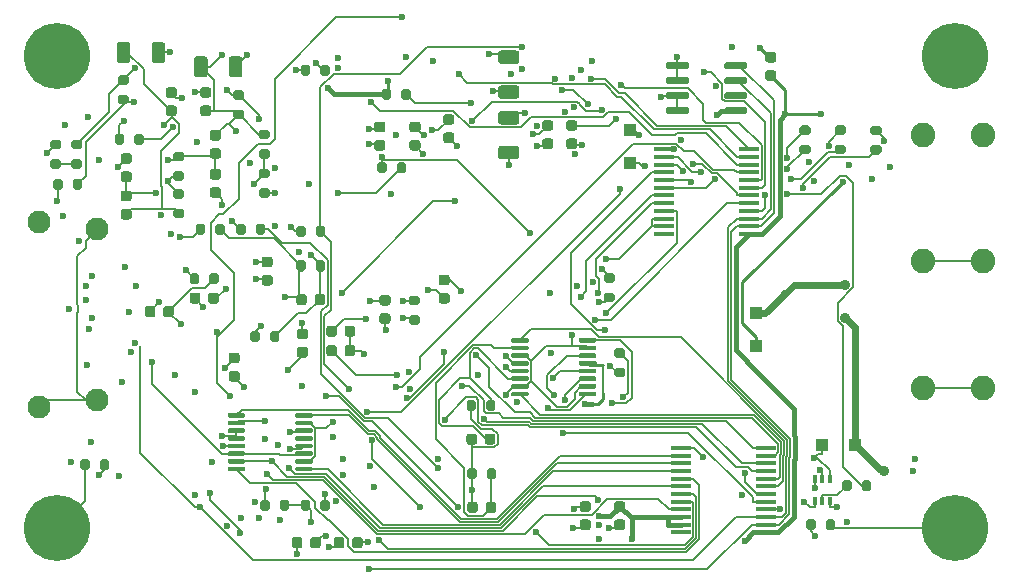
<source format=gbl>
G04 #@! TF.GenerationSoftware,KiCad,Pcbnew,(5.1.9-0-10_14)*
G04 #@! TF.CreationDate,2021-07-02T21:32:49-05:00*
G04 #@! TF.ProjectId,bath_clamp_v1,62617468-5f63-46c6-916d-705f76312e6b,rev?*
G04 #@! TF.SameCoordinates,Original*
G04 #@! TF.FileFunction,Copper,L6,Bot*
G04 #@! TF.FilePolarity,Positive*
%FSLAX46Y46*%
G04 Gerber Fmt 4.6, Leading zero omitted, Abs format (unit mm)*
G04 Created by KiCad (PCBNEW (5.1.9-0-10_14)) date 2021-07-02 21:32:49*
%MOMM*%
%LPD*%
G01*
G04 APERTURE LIST*
G04 #@! TA.AperFunction,ComponentPad*
%ADD10C,1.950000*%
G04 #@! TD*
G04 #@! TA.AperFunction,ComponentPad*
%ADD11C,2.082800*%
G04 #@! TD*
G04 #@! TA.AperFunction,SMDPad,CuDef*
%ADD12R,1.100000X1.100000*%
G04 #@! TD*
G04 #@! TA.AperFunction,ComponentPad*
%ADD13C,5.600000*%
G04 #@! TD*
G04 #@! TA.AperFunction,ComponentPad*
%ADD14C,5.599999*%
G04 #@! TD*
G04 #@! TA.AperFunction,SMDPad,CuDef*
%ADD15R,0.400000X0.650000*%
G04 #@! TD*
G04 #@! TA.AperFunction,SMDPad,CuDef*
%ADD16R,1.750000X0.450000*%
G04 #@! TD*
G04 #@! TA.AperFunction,ViaPad*
%ADD17C,0.600000*%
G04 #@! TD*
G04 #@! TA.AperFunction,ViaPad*
%ADD18C,0.700000*%
G04 #@! TD*
G04 #@! TA.AperFunction,ViaPad*
%ADD19C,0.889000*%
G04 #@! TD*
G04 #@! TA.AperFunction,Conductor*
%ADD20C,0.127000*%
G04 #@! TD*
G04 #@! TA.AperFunction,Conductor*
%ADD21C,0.250000*%
G04 #@! TD*
G04 #@! TA.AperFunction,Conductor*
%ADD22C,0.600000*%
G04 #@! TD*
G04 #@! TA.AperFunction,Conductor*
%ADD23C,0.400000*%
G04 #@! TD*
G04 #@! TA.AperFunction,Conductor*
%ADD24C,0.200000*%
G04 #@! TD*
G04 APERTURE END LIST*
G04 #@! TA.AperFunction,SMDPad,CuDef*
G36*
G01*
X64151700Y42778800D02*
X64651700Y42778800D01*
G75*
G02*
X64876700Y42553800I0J-225000D01*
G01*
X64876700Y42103800D01*
G75*
G02*
X64651700Y41878800I-225000J0D01*
G01*
X64151700Y41878800D01*
G75*
G02*
X63926700Y42103800I0J225000D01*
G01*
X63926700Y42553800D01*
G75*
G02*
X64151700Y42778800I225000J0D01*
G01*
G37*
G04 #@! TD.AperFunction*
G04 #@! TA.AperFunction,SMDPad,CuDef*
G36*
G01*
X64151700Y44328800D02*
X64651700Y44328800D01*
G75*
G02*
X64876700Y44103800I0J-225000D01*
G01*
X64876700Y43653800D01*
G75*
G02*
X64651700Y43428800I-225000J0D01*
G01*
X64151700Y43428800D01*
G75*
G02*
X63926700Y43653800I0J225000D01*
G01*
X63926700Y44103800D01*
G75*
G02*
X64151700Y44328800I225000J0D01*
G01*
G37*
G04 #@! TD.AperFunction*
G04 #@! TA.AperFunction,SMDPad,CuDef*
G36*
G01*
X19629800Y40290300D02*
X19079800Y40290300D01*
G75*
G02*
X18879800Y40490300I0J200000D01*
G01*
X18879800Y40890300D01*
G75*
G02*
X19079800Y41090300I200000J0D01*
G01*
X19629800Y41090300D01*
G75*
G02*
X19829800Y40890300I0J-200000D01*
G01*
X19829800Y40490300D01*
G75*
G02*
X19629800Y40290300I-200000J0D01*
G01*
G37*
G04 #@! TD.AperFunction*
G04 #@! TA.AperFunction,SMDPad,CuDef*
G36*
G01*
X19629800Y38640300D02*
X19079800Y38640300D01*
G75*
G02*
X18879800Y38840300I0J200000D01*
G01*
X18879800Y39240300D01*
G75*
G02*
X19079800Y39440300I200000J0D01*
G01*
X19629800Y39440300D01*
G75*
G02*
X19829800Y39240300I0J-200000D01*
G01*
X19829800Y38840300D01*
G75*
G02*
X19629800Y38640300I-200000J0D01*
G01*
G37*
G04 #@! TD.AperFunction*
G04 #@! TA.AperFunction,SMDPad,CuDef*
G36*
G01*
X16714900Y43715701D02*
X16714900Y42415699D01*
G75*
G02*
X16464901Y42165700I-249999J0D01*
G01*
X15814899Y42165700D01*
G75*
G02*
X15564900Y42415699I0J249999D01*
G01*
X15564900Y43715701D01*
G75*
G02*
X15814899Y43965700I249999J0D01*
G01*
X16464901Y43965700D01*
G75*
G02*
X16714900Y43715701I0J-249999D01*
G01*
G37*
G04 #@! TD.AperFunction*
G04 #@! TA.AperFunction,SMDPad,CuDef*
G36*
G01*
X19664900Y43715701D02*
X19664900Y42415699D01*
G75*
G02*
X19414901Y42165700I-249999J0D01*
G01*
X18764899Y42165700D01*
G75*
G02*
X18514900Y42415699I0J249999D01*
G01*
X18514900Y43715701D01*
G75*
G02*
X18764899Y43965700I249999J0D01*
G01*
X19414901Y43965700D01*
G75*
G02*
X19664900Y43715701I0J-249999D01*
G01*
G37*
G04 #@! TD.AperFunction*
G04 #@! TA.AperFunction,SMDPad,CuDef*
G36*
G01*
X10174400Y44922201D02*
X10174400Y43622199D01*
G75*
G02*
X9924401Y43372200I-249999J0D01*
G01*
X9274399Y43372200D01*
G75*
G02*
X9024400Y43622199I0J249999D01*
G01*
X9024400Y44922201D01*
G75*
G02*
X9274399Y45172200I249999J0D01*
G01*
X9924401Y45172200D01*
G75*
G02*
X10174400Y44922201I0J-249999D01*
G01*
G37*
G04 #@! TD.AperFunction*
G04 #@! TA.AperFunction,SMDPad,CuDef*
G36*
G01*
X13124400Y44922201D02*
X13124400Y43622199D01*
G75*
G02*
X12874401Y43372200I-249999J0D01*
G01*
X12224399Y43372200D01*
G75*
G02*
X11974400Y43622199I0J249999D01*
G01*
X11974400Y44922201D01*
G75*
G02*
X12224399Y45172200I249999J0D01*
G01*
X12874401Y45172200D01*
G75*
G02*
X13124400Y44922201I0J-249999D01*
G01*
G37*
G04 #@! TD.AperFunction*
G04 #@! TA.AperFunction,SMDPad,CuDef*
G36*
G01*
X48149800Y15265300D02*
X48149800Y15465300D01*
G75*
G02*
X48249800Y15565300I100000J0D01*
G01*
X49524800Y15565300D01*
G75*
G02*
X49624800Y15465300I0J-100000D01*
G01*
X49624800Y15265300D01*
G75*
G02*
X49524800Y15165300I-100000J0D01*
G01*
X48249800Y15165300D01*
G75*
G02*
X48149800Y15265300I0J100000D01*
G01*
G37*
G04 #@! TD.AperFunction*
G04 #@! TA.AperFunction,SMDPad,CuDef*
G36*
G01*
X48149800Y15915300D02*
X48149800Y16115300D01*
G75*
G02*
X48249800Y16215300I100000J0D01*
G01*
X49524800Y16215300D01*
G75*
G02*
X49624800Y16115300I0J-100000D01*
G01*
X49624800Y15915300D01*
G75*
G02*
X49524800Y15815300I-100000J0D01*
G01*
X48249800Y15815300D01*
G75*
G02*
X48149800Y15915300I0J100000D01*
G01*
G37*
G04 #@! TD.AperFunction*
G04 #@! TA.AperFunction,SMDPad,CuDef*
G36*
G01*
X48149800Y16565300D02*
X48149800Y16765300D01*
G75*
G02*
X48249800Y16865300I100000J0D01*
G01*
X49524800Y16865300D01*
G75*
G02*
X49624800Y16765300I0J-100000D01*
G01*
X49624800Y16565300D01*
G75*
G02*
X49524800Y16465300I-100000J0D01*
G01*
X48249800Y16465300D01*
G75*
G02*
X48149800Y16565300I0J100000D01*
G01*
G37*
G04 #@! TD.AperFunction*
G04 #@! TA.AperFunction,SMDPad,CuDef*
G36*
G01*
X48149800Y17215300D02*
X48149800Y17415300D01*
G75*
G02*
X48249800Y17515300I100000J0D01*
G01*
X49524800Y17515300D01*
G75*
G02*
X49624800Y17415300I0J-100000D01*
G01*
X49624800Y17215300D01*
G75*
G02*
X49524800Y17115300I-100000J0D01*
G01*
X48249800Y17115300D01*
G75*
G02*
X48149800Y17215300I0J100000D01*
G01*
G37*
G04 #@! TD.AperFunction*
G04 #@! TA.AperFunction,SMDPad,CuDef*
G36*
G01*
X48149800Y17865300D02*
X48149800Y18065300D01*
G75*
G02*
X48249800Y18165300I100000J0D01*
G01*
X49524800Y18165300D01*
G75*
G02*
X49624800Y18065300I0J-100000D01*
G01*
X49624800Y17865300D01*
G75*
G02*
X49524800Y17765300I-100000J0D01*
G01*
X48249800Y17765300D01*
G75*
G02*
X48149800Y17865300I0J100000D01*
G01*
G37*
G04 #@! TD.AperFunction*
G04 #@! TA.AperFunction,SMDPad,CuDef*
G36*
G01*
X48149800Y18515300D02*
X48149800Y18715300D01*
G75*
G02*
X48249800Y18815300I100000J0D01*
G01*
X49524800Y18815300D01*
G75*
G02*
X49624800Y18715300I0J-100000D01*
G01*
X49624800Y18515300D01*
G75*
G02*
X49524800Y18415300I-100000J0D01*
G01*
X48249800Y18415300D01*
G75*
G02*
X48149800Y18515300I0J100000D01*
G01*
G37*
G04 #@! TD.AperFunction*
G04 #@! TA.AperFunction,SMDPad,CuDef*
G36*
G01*
X48149800Y19165300D02*
X48149800Y19365300D01*
G75*
G02*
X48249800Y19465300I100000J0D01*
G01*
X49524800Y19465300D01*
G75*
G02*
X49624800Y19365300I0J-100000D01*
G01*
X49624800Y19165300D01*
G75*
G02*
X49524800Y19065300I-100000J0D01*
G01*
X48249800Y19065300D01*
G75*
G02*
X48149800Y19165300I0J100000D01*
G01*
G37*
G04 #@! TD.AperFunction*
G04 #@! TA.AperFunction,SMDPad,CuDef*
G36*
G01*
X48149800Y19815300D02*
X48149800Y20015300D01*
G75*
G02*
X48249800Y20115300I100000J0D01*
G01*
X49524800Y20115300D01*
G75*
G02*
X49624800Y20015300I0J-100000D01*
G01*
X49624800Y19815300D01*
G75*
G02*
X49524800Y19715300I-100000J0D01*
G01*
X48249800Y19715300D01*
G75*
G02*
X48149800Y19815300I0J100000D01*
G01*
G37*
G04 #@! TD.AperFunction*
G04 #@! TA.AperFunction,SMDPad,CuDef*
G36*
G01*
X42424800Y19815300D02*
X42424800Y20015300D01*
G75*
G02*
X42524800Y20115300I100000J0D01*
G01*
X43799800Y20115300D01*
G75*
G02*
X43899800Y20015300I0J-100000D01*
G01*
X43899800Y19815300D01*
G75*
G02*
X43799800Y19715300I-100000J0D01*
G01*
X42524800Y19715300D01*
G75*
G02*
X42424800Y19815300I0J100000D01*
G01*
G37*
G04 #@! TD.AperFunction*
G04 #@! TA.AperFunction,SMDPad,CuDef*
G36*
G01*
X42424800Y19165300D02*
X42424800Y19365300D01*
G75*
G02*
X42524800Y19465300I100000J0D01*
G01*
X43799800Y19465300D01*
G75*
G02*
X43899800Y19365300I0J-100000D01*
G01*
X43899800Y19165300D01*
G75*
G02*
X43799800Y19065300I-100000J0D01*
G01*
X42524800Y19065300D01*
G75*
G02*
X42424800Y19165300I0J100000D01*
G01*
G37*
G04 #@! TD.AperFunction*
G04 #@! TA.AperFunction,SMDPad,CuDef*
G36*
G01*
X42424800Y18515300D02*
X42424800Y18715300D01*
G75*
G02*
X42524800Y18815300I100000J0D01*
G01*
X43799800Y18815300D01*
G75*
G02*
X43899800Y18715300I0J-100000D01*
G01*
X43899800Y18515300D01*
G75*
G02*
X43799800Y18415300I-100000J0D01*
G01*
X42524800Y18415300D01*
G75*
G02*
X42424800Y18515300I0J100000D01*
G01*
G37*
G04 #@! TD.AperFunction*
G04 #@! TA.AperFunction,SMDPad,CuDef*
G36*
G01*
X42424800Y17865300D02*
X42424800Y18065300D01*
G75*
G02*
X42524800Y18165300I100000J0D01*
G01*
X43799800Y18165300D01*
G75*
G02*
X43899800Y18065300I0J-100000D01*
G01*
X43899800Y17865300D01*
G75*
G02*
X43799800Y17765300I-100000J0D01*
G01*
X42524800Y17765300D01*
G75*
G02*
X42424800Y17865300I0J100000D01*
G01*
G37*
G04 #@! TD.AperFunction*
G04 #@! TA.AperFunction,SMDPad,CuDef*
G36*
G01*
X42424800Y17215300D02*
X42424800Y17415300D01*
G75*
G02*
X42524800Y17515300I100000J0D01*
G01*
X43799800Y17515300D01*
G75*
G02*
X43899800Y17415300I0J-100000D01*
G01*
X43899800Y17215300D01*
G75*
G02*
X43799800Y17115300I-100000J0D01*
G01*
X42524800Y17115300D01*
G75*
G02*
X42424800Y17215300I0J100000D01*
G01*
G37*
G04 #@! TD.AperFunction*
G04 #@! TA.AperFunction,SMDPad,CuDef*
G36*
G01*
X42424800Y16565300D02*
X42424800Y16765300D01*
G75*
G02*
X42524800Y16865300I100000J0D01*
G01*
X43799800Y16865300D01*
G75*
G02*
X43899800Y16765300I0J-100000D01*
G01*
X43899800Y16565300D01*
G75*
G02*
X43799800Y16465300I-100000J0D01*
G01*
X42524800Y16465300D01*
G75*
G02*
X42424800Y16565300I0J100000D01*
G01*
G37*
G04 #@! TD.AperFunction*
G04 #@! TA.AperFunction,SMDPad,CuDef*
G36*
G01*
X42424800Y15915300D02*
X42424800Y16115300D01*
G75*
G02*
X42524800Y16215300I100000J0D01*
G01*
X43799800Y16215300D01*
G75*
G02*
X43899800Y16115300I0J-100000D01*
G01*
X43899800Y15915300D01*
G75*
G02*
X43799800Y15815300I-100000J0D01*
G01*
X42524800Y15815300D01*
G75*
G02*
X42424800Y15915300I0J100000D01*
G01*
G37*
G04 #@! TD.AperFunction*
G04 #@! TA.AperFunction,SMDPad,CuDef*
G36*
G01*
X42424800Y15265300D02*
X42424800Y15465300D01*
G75*
G02*
X42524800Y15565300I100000J0D01*
G01*
X43799800Y15565300D01*
G75*
G02*
X43899800Y15465300I0J-100000D01*
G01*
X43899800Y15265300D01*
G75*
G02*
X43799800Y15165300I-100000J0D01*
G01*
X42524800Y15165300D01*
G75*
G02*
X42424800Y15265300I0J100000D01*
G01*
G37*
G04 #@! TD.AperFunction*
D10*
X2468800Y29935300D03*
X2468800Y14235300D03*
X7368800Y14835300D03*
X7368800Y29335300D03*
D11*
X82346800Y37325300D03*
X77266800Y37325300D03*
X82346800Y15862300D03*
X77266800Y15862300D03*
X82346800Y26593800D03*
X77266800Y26593800D03*
G04 #@! TA.AperFunction,SMDPad,CuDef*
G36*
G01*
X34488800Y22891300D02*
X33938800Y22891300D01*
G75*
G02*
X33738800Y23091300I0J200000D01*
G01*
X33738800Y23491300D01*
G75*
G02*
X33938800Y23691300I200000J0D01*
G01*
X34488800Y23691300D01*
G75*
G02*
X34688800Y23491300I0J-200000D01*
G01*
X34688800Y23091300D01*
G75*
G02*
X34488800Y22891300I-200000J0D01*
G01*
G37*
G04 #@! TD.AperFunction*
G04 #@! TA.AperFunction,SMDPad,CuDef*
G36*
G01*
X34488800Y21241300D02*
X33938800Y21241300D01*
G75*
G02*
X33738800Y21441300I0J200000D01*
G01*
X33738800Y21841300D01*
G75*
G02*
X33938800Y22041300I200000J0D01*
G01*
X34488800Y22041300D01*
G75*
G02*
X34688800Y21841300I0J-200000D01*
G01*
X34688800Y21441300D01*
G75*
G02*
X34488800Y21241300I-200000J0D01*
G01*
G37*
G04 #@! TD.AperFunction*
G04 #@! TA.AperFunction,SMDPad,CuDef*
G36*
G01*
X50998800Y24796300D02*
X50448800Y24796300D01*
G75*
G02*
X50248800Y24996300I0J200000D01*
G01*
X50248800Y25396300D01*
G75*
G02*
X50448800Y25596300I200000J0D01*
G01*
X50998800Y25596300D01*
G75*
G02*
X51198800Y25396300I0J-200000D01*
G01*
X51198800Y24996300D01*
G75*
G02*
X50998800Y24796300I-200000J0D01*
G01*
G37*
G04 #@! TD.AperFunction*
G04 #@! TA.AperFunction,SMDPad,CuDef*
G36*
G01*
X50998800Y23146300D02*
X50448800Y23146300D01*
G75*
G02*
X50248800Y23346300I0J200000D01*
G01*
X50248800Y23746300D01*
G75*
G02*
X50448800Y23946300I200000J0D01*
G01*
X50998800Y23946300D01*
G75*
G02*
X51198800Y23746300I0J-200000D01*
G01*
X51198800Y23346300D01*
G75*
G02*
X50998800Y23146300I-200000J0D01*
G01*
G37*
G04 #@! TD.AperFunction*
G04 #@! TA.AperFunction,SMDPad,CuDef*
G36*
G01*
X21152300Y20518800D02*
X21152300Y19968800D01*
G75*
G02*
X20952300Y19768800I-200000J0D01*
G01*
X20552300Y19768800D01*
G75*
G02*
X20352300Y19968800I0J200000D01*
G01*
X20352300Y20518800D01*
G75*
G02*
X20552300Y20718800I200000J0D01*
G01*
X20952300Y20718800D01*
G75*
G02*
X21152300Y20518800I0J-200000D01*
G01*
G37*
G04 #@! TD.AperFunction*
G04 #@! TA.AperFunction,SMDPad,CuDef*
G36*
G01*
X22802300Y20518800D02*
X22802300Y19968800D01*
G75*
G02*
X22602300Y19768800I-200000J0D01*
G01*
X22202300Y19768800D01*
G75*
G02*
X22002300Y19968800I0J200000D01*
G01*
X22002300Y20518800D01*
G75*
G02*
X22202300Y20718800I200000J0D01*
G01*
X22602300Y20718800D01*
G75*
G02*
X22802300Y20518800I0J-200000D01*
G01*
G37*
G04 #@! TD.AperFunction*
G04 #@! TA.AperFunction,SMDPad,CuDef*
G36*
G01*
X25875800Y25937800D02*
X25875800Y26487800D01*
G75*
G02*
X26075800Y26687800I200000J0D01*
G01*
X26475800Y26687800D01*
G75*
G02*
X26675800Y26487800I0J-200000D01*
G01*
X26675800Y25937800D01*
G75*
G02*
X26475800Y25737800I-200000J0D01*
G01*
X26075800Y25737800D01*
G75*
G02*
X25875800Y25937800I0J200000D01*
G01*
G37*
G04 #@! TD.AperFunction*
G04 #@! TA.AperFunction,SMDPad,CuDef*
G36*
G01*
X24225800Y25937800D02*
X24225800Y26487800D01*
G75*
G02*
X24425800Y26687800I200000J0D01*
G01*
X24825800Y26687800D01*
G75*
G02*
X25025800Y26487800I0J-200000D01*
G01*
X25025800Y25937800D01*
G75*
G02*
X24825800Y25737800I-200000J0D01*
G01*
X24425800Y25737800D01*
G75*
G02*
X24225800Y25937800I0J200000D01*
G01*
G37*
G04 #@! TD.AperFunction*
G04 #@! TA.AperFunction,SMDPad,CuDef*
G36*
G01*
X17366800Y29049300D02*
X17366800Y29599300D01*
G75*
G02*
X17566800Y29799300I200000J0D01*
G01*
X17966800Y29799300D01*
G75*
G02*
X18166800Y29599300I0J-200000D01*
G01*
X18166800Y29049300D01*
G75*
G02*
X17966800Y28849300I-200000J0D01*
G01*
X17566800Y28849300D01*
G75*
G02*
X17366800Y29049300I0J200000D01*
G01*
G37*
G04 #@! TD.AperFunction*
G04 #@! TA.AperFunction,SMDPad,CuDef*
G36*
G01*
X15716800Y29049300D02*
X15716800Y29599300D01*
G75*
G02*
X15916800Y29799300I200000J0D01*
G01*
X16316800Y29799300D01*
G75*
G02*
X16516800Y29599300I0J-200000D01*
G01*
X16516800Y29049300D01*
G75*
G02*
X16316800Y28849300I-200000J0D01*
G01*
X15916800Y28849300D01*
G75*
G02*
X15716800Y29049300I0J200000D01*
G01*
G37*
G04 #@! TD.AperFunction*
G04 #@! TA.AperFunction,SMDPad,CuDef*
G36*
G01*
X71253800Y7882300D02*
X71253800Y7332300D01*
G75*
G02*
X71053800Y7132300I-200000J0D01*
G01*
X70653800Y7132300D01*
G75*
G02*
X70453800Y7332300I0J200000D01*
G01*
X70453800Y7882300D01*
G75*
G02*
X70653800Y8082300I200000J0D01*
G01*
X71053800Y8082300D01*
G75*
G02*
X71253800Y7882300I0J-200000D01*
G01*
G37*
G04 #@! TD.AperFunction*
G04 #@! TA.AperFunction,SMDPad,CuDef*
G36*
G01*
X72903800Y7882300D02*
X72903800Y7332300D01*
G75*
G02*
X72703800Y7132300I-200000J0D01*
G01*
X72303800Y7132300D01*
G75*
G02*
X72103800Y7332300I0J200000D01*
G01*
X72103800Y7882300D01*
G75*
G02*
X72303800Y8082300I200000J0D01*
G01*
X72703800Y8082300D01*
G75*
G02*
X72903800Y7882300I0J-200000D01*
G01*
G37*
G04 #@! TD.AperFunction*
D12*
X52501800Y34909300D03*
X52501800Y37709300D03*
X63169800Y19415300D03*
X63169800Y22215300D03*
X68757800Y11036300D03*
X71557800Y11036300D03*
G04 #@! TA.AperFunction,SMDPad,CuDef*
G36*
G01*
X7587800Y9110300D02*
X7587800Y9660300D01*
G75*
G02*
X7787800Y9860300I200000J0D01*
G01*
X8187800Y9860300D01*
G75*
G02*
X8387800Y9660300I0J-200000D01*
G01*
X8387800Y9110300D01*
G75*
G02*
X8187800Y8910300I-200000J0D01*
G01*
X7787800Y8910300D01*
G75*
G02*
X7587800Y9110300I0J200000D01*
G01*
G37*
G04 #@! TD.AperFunction*
G04 #@! TA.AperFunction,SMDPad,CuDef*
G36*
G01*
X5937800Y9110300D02*
X5937800Y9660300D01*
G75*
G02*
X6137800Y9860300I200000J0D01*
G01*
X6537800Y9860300D01*
G75*
G02*
X6737800Y9660300I0J-200000D01*
G01*
X6737800Y9110300D01*
G75*
G02*
X6537800Y8910300I-200000J0D01*
G01*
X6137800Y8910300D01*
G75*
G02*
X5937800Y9110300I0J200000D01*
G01*
G37*
G04 #@! TD.AperFunction*
G04 #@! TA.AperFunction,SMDPad,CuDef*
G36*
G01*
X26256800Y42511300D02*
X26256800Y43061300D01*
G75*
G02*
X26456800Y43261300I200000J0D01*
G01*
X26856800Y43261300D01*
G75*
G02*
X27056800Y43061300I0J-200000D01*
G01*
X27056800Y42511300D01*
G75*
G02*
X26856800Y42311300I-200000J0D01*
G01*
X26456800Y42311300D01*
G75*
G02*
X26256800Y42511300I0J200000D01*
G01*
G37*
G04 #@! TD.AperFunction*
G04 #@! TA.AperFunction,SMDPad,CuDef*
G36*
G01*
X24606800Y42511300D02*
X24606800Y43061300D01*
G75*
G02*
X24806800Y43261300I200000J0D01*
G01*
X25206800Y43261300D01*
G75*
G02*
X25406800Y43061300I0J-200000D01*
G01*
X25406800Y42511300D01*
G75*
G02*
X25206800Y42311300I-200000J0D01*
G01*
X24806800Y42311300D01*
G75*
G02*
X24606800Y42511300I0J200000D01*
G01*
G37*
G04 #@! TD.AperFunction*
D13*
X4000000Y44000000D03*
D14*
X4000000Y4000000D03*
D13*
X80000000Y44000000D03*
X80000000Y4000000D03*
G04 #@! TA.AperFunction,SMDPad,CuDef*
G36*
G01*
X20795800Y29049300D02*
X20795800Y29599300D01*
G75*
G02*
X20995800Y29799300I200000J0D01*
G01*
X21395800Y29799300D01*
G75*
G02*
X21595800Y29599300I0J-200000D01*
G01*
X21595800Y29049300D01*
G75*
G02*
X21395800Y28849300I-200000J0D01*
G01*
X20995800Y28849300D01*
G75*
G02*
X20795800Y29049300I0J200000D01*
G01*
G37*
G04 #@! TD.AperFunction*
G04 #@! TA.AperFunction,SMDPad,CuDef*
G36*
G01*
X19145800Y29049300D02*
X19145800Y29599300D01*
G75*
G02*
X19345800Y29799300I200000J0D01*
G01*
X19745800Y29799300D01*
G75*
G02*
X19945800Y29599300I0J-200000D01*
G01*
X19945800Y29049300D01*
G75*
G02*
X19745800Y28849300I-200000J0D01*
G01*
X19345800Y28849300D01*
G75*
G02*
X19145800Y29049300I0J200000D01*
G01*
G37*
G04 #@! TD.AperFunction*
G04 #@! TA.AperFunction,SMDPad,CuDef*
G36*
G01*
X25875800Y28858800D02*
X25875800Y29408800D01*
G75*
G02*
X26075800Y29608800I200000J0D01*
G01*
X26475800Y29608800D01*
G75*
G02*
X26675800Y29408800I0J-200000D01*
G01*
X26675800Y28858800D01*
G75*
G02*
X26475800Y28658800I-200000J0D01*
G01*
X26075800Y28658800D01*
G75*
G02*
X25875800Y28858800I0J200000D01*
G01*
G37*
G04 #@! TD.AperFunction*
G04 #@! TA.AperFunction,SMDPad,CuDef*
G36*
G01*
X24225800Y28858800D02*
X24225800Y29408800D01*
G75*
G02*
X24425800Y29608800I200000J0D01*
G01*
X24825800Y29608800D01*
G75*
G02*
X25025800Y29408800I0J-200000D01*
G01*
X25025800Y28858800D01*
G75*
G02*
X24825800Y28658800I-200000J0D01*
G01*
X24425800Y28658800D01*
G75*
G02*
X24225800Y28858800I0J200000D01*
G01*
G37*
G04 #@! TD.AperFunction*
G04 #@! TA.AperFunction,SMDPad,CuDef*
G36*
G01*
X40353800Y8348300D02*
X40353800Y8898300D01*
G75*
G02*
X40553800Y9098300I200000J0D01*
G01*
X40953800Y9098300D01*
G75*
G02*
X41153800Y8898300I0J-200000D01*
G01*
X41153800Y8348300D01*
G75*
G02*
X40953800Y8148300I-200000J0D01*
G01*
X40553800Y8148300D01*
G75*
G02*
X40353800Y8348300I0J200000D01*
G01*
G37*
G04 #@! TD.AperFunction*
G04 #@! TA.AperFunction,SMDPad,CuDef*
G36*
G01*
X38703800Y8348300D02*
X38703800Y8898300D01*
G75*
G02*
X38903800Y9098300I200000J0D01*
G01*
X39303800Y9098300D01*
G75*
G02*
X39503800Y8898300I0J-200000D01*
G01*
X39503800Y8348300D01*
G75*
G02*
X39303800Y8148300I-200000J0D01*
G01*
X38903800Y8148300D01*
G75*
G02*
X38703800Y8348300I0J200000D01*
G01*
G37*
G04 #@! TD.AperFunction*
G04 #@! TA.AperFunction,SMDPad,CuDef*
G36*
G01*
X68205800Y4580300D02*
X68205800Y4030300D01*
G75*
G02*
X68005800Y3830300I-200000J0D01*
G01*
X67605800Y3830300D01*
G75*
G02*
X67405800Y4030300I0J200000D01*
G01*
X67405800Y4580300D01*
G75*
G02*
X67605800Y4780300I200000J0D01*
G01*
X68005800Y4780300D01*
G75*
G02*
X68205800Y4580300I0J-200000D01*
G01*
G37*
G04 #@! TD.AperFunction*
G04 #@! TA.AperFunction,SMDPad,CuDef*
G36*
G01*
X69855800Y4580300D02*
X69855800Y4030300D01*
G75*
G02*
X69655800Y3830300I-200000J0D01*
G01*
X69255800Y3830300D01*
G75*
G02*
X69055800Y4030300I0J200000D01*
G01*
X69055800Y4580300D01*
G75*
G02*
X69255800Y4780300I200000J0D01*
G01*
X69655800Y4780300D01*
G75*
G02*
X69855800Y4580300I0J-200000D01*
G01*
G37*
G04 #@! TD.AperFunction*
G04 #@! TA.AperFunction,SMDPad,CuDef*
G36*
G01*
X22827800Y5681300D02*
X22827800Y6231300D01*
G75*
G02*
X23027800Y6431300I200000J0D01*
G01*
X23427800Y6431300D01*
G75*
G02*
X23627800Y6231300I0J-200000D01*
G01*
X23627800Y5681300D01*
G75*
G02*
X23427800Y5481300I-200000J0D01*
G01*
X23027800Y5481300D01*
G75*
G02*
X22827800Y5681300I0J200000D01*
G01*
G37*
G04 #@! TD.AperFunction*
G04 #@! TA.AperFunction,SMDPad,CuDef*
G36*
G01*
X21177800Y5681300D02*
X21177800Y6231300D01*
G75*
G02*
X21377800Y6431300I200000J0D01*
G01*
X21777800Y6431300D01*
G75*
G02*
X21977800Y6231300I0J-200000D01*
G01*
X21977800Y5681300D01*
G75*
G02*
X21777800Y5481300I-200000J0D01*
G01*
X21377800Y5481300D01*
G75*
G02*
X21177800Y5681300I0J200000D01*
G01*
G37*
G04 #@! TD.AperFunction*
G04 #@! TA.AperFunction,SMDPad,CuDef*
G36*
G01*
X51887800Y18446300D02*
X51337800Y18446300D01*
G75*
G02*
X51137800Y18646300I0J200000D01*
G01*
X51137800Y19046300D01*
G75*
G02*
X51337800Y19246300I200000J0D01*
G01*
X51887800Y19246300D01*
G75*
G02*
X52087800Y19046300I0J-200000D01*
G01*
X52087800Y18646300D01*
G75*
G02*
X51887800Y18446300I-200000J0D01*
G01*
G37*
G04 #@! TD.AperFunction*
G04 #@! TA.AperFunction,SMDPad,CuDef*
G36*
G01*
X51887800Y16796300D02*
X51337800Y16796300D01*
G75*
G02*
X51137800Y16996300I0J200000D01*
G01*
X51137800Y17396300D01*
G75*
G02*
X51337800Y17596300I200000J0D01*
G01*
X51887800Y17596300D01*
G75*
G02*
X52087800Y17396300I0J-200000D01*
G01*
X52087800Y16996300D01*
G75*
G02*
X51887800Y16796300I-200000J0D01*
G01*
G37*
G04 #@! TD.AperFunction*
G04 #@! TA.AperFunction,SMDPad,CuDef*
G36*
G01*
X25406800Y6231300D02*
X25406800Y5681300D01*
G75*
G02*
X25206800Y5481300I-200000J0D01*
G01*
X24806800Y5481300D01*
G75*
G02*
X24606800Y5681300I0J200000D01*
G01*
X24606800Y6231300D01*
G75*
G02*
X24806800Y6431300I200000J0D01*
G01*
X25206800Y6431300D01*
G75*
G02*
X25406800Y6231300I0J-200000D01*
G01*
G37*
G04 #@! TD.AperFunction*
G04 #@! TA.AperFunction,SMDPad,CuDef*
G36*
G01*
X27056800Y6231300D02*
X27056800Y5681300D01*
G75*
G02*
X26856800Y5481300I-200000J0D01*
G01*
X26456800Y5481300D01*
G75*
G02*
X26256800Y5681300I0J200000D01*
G01*
X26256800Y6231300D01*
G75*
G02*
X26456800Y6431300I200000J0D01*
G01*
X26856800Y6431300D01*
G75*
G02*
X27056800Y6231300I0J-200000D01*
G01*
G37*
G04 #@! TD.AperFunction*
G04 #@! TA.AperFunction,SMDPad,CuDef*
G36*
G01*
X40296300Y14130800D02*
X40296300Y14680800D01*
G75*
G02*
X40496300Y14880800I200000J0D01*
G01*
X40896300Y14880800D01*
G75*
G02*
X41096300Y14680800I0J-200000D01*
G01*
X41096300Y14130800D01*
G75*
G02*
X40896300Y13930800I-200000J0D01*
G01*
X40496300Y13930800D01*
G75*
G02*
X40296300Y14130800I0J200000D01*
G01*
G37*
G04 #@! TD.AperFunction*
G04 #@! TA.AperFunction,SMDPad,CuDef*
G36*
G01*
X38646300Y14130800D02*
X38646300Y14680800D01*
G75*
G02*
X38846300Y14880800I200000J0D01*
G01*
X39246300Y14880800D01*
G75*
G02*
X39446300Y14680800I0J-200000D01*
G01*
X39446300Y14130800D01*
G75*
G02*
X39246300Y13930800I-200000J0D01*
G01*
X38846300Y13930800D01*
G75*
G02*
X38646300Y14130800I0J200000D01*
G01*
G37*
G04 #@! TD.AperFunction*
G04 #@! TA.AperFunction,SMDPad,CuDef*
G36*
G01*
X9658800Y37219300D02*
X9658800Y36669300D01*
G75*
G02*
X9458800Y36469300I-200000J0D01*
G01*
X9058800Y36469300D01*
G75*
G02*
X8858800Y36669300I0J200000D01*
G01*
X8858800Y37219300D01*
G75*
G02*
X9058800Y37419300I200000J0D01*
G01*
X9458800Y37419300D01*
G75*
G02*
X9658800Y37219300I0J-200000D01*
G01*
G37*
G04 #@! TD.AperFunction*
G04 #@! TA.AperFunction,SMDPad,CuDef*
G36*
G01*
X11308800Y37219300D02*
X11308800Y36669300D01*
G75*
G02*
X11108800Y36469300I-200000J0D01*
G01*
X10708800Y36469300D01*
G75*
G02*
X10508800Y36669300I0J200000D01*
G01*
X10508800Y37219300D01*
G75*
G02*
X10708800Y37419300I200000J0D01*
G01*
X11108800Y37419300D01*
G75*
G02*
X11308800Y37219300I0J-200000D01*
G01*
G37*
G04 #@! TD.AperFunction*
G04 #@! TA.AperFunction,SMDPad,CuDef*
G36*
G01*
X9850800Y41560300D02*
X9300800Y41560300D01*
G75*
G02*
X9100800Y41760300I0J200000D01*
G01*
X9100800Y42160300D01*
G75*
G02*
X9300800Y42360300I200000J0D01*
G01*
X9850800Y42360300D01*
G75*
G02*
X10050800Y42160300I0J-200000D01*
G01*
X10050800Y41760300D01*
G75*
G02*
X9850800Y41560300I-200000J0D01*
G01*
G37*
G04 #@! TD.AperFunction*
G04 #@! TA.AperFunction,SMDPad,CuDef*
G36*
G01*
X9850800Y39910300D02*
X9300800Y39910300D01*
G75*
G02*
X9100800Y40110300I0J200000D01*
G01*
X9100800Y40510300D01*
G75*
G02*
X9300800Y40710300I200000J0D01*
G01*
X9850800Y40710300D01*
G75*
G02*
X10050800Y40510300I0J-200000D01*
G01*
X10050800Y40110300D01*
G75*
G02*
X9850800Y39910300I-200000J0D01*
G01*
G37*
G04 #@! TD.AperFunction*
D15*
X68107800Y6276300D03*
X69407800Y6276300D03*
X68757800Y8176300D03*
X68757800Y6276300D03*
X69407800Y8176300D03*
X68107800Y8176300D03*
G04 #@! TA.AperFunction,SMDPad,CuDef*
G36*
G01*
X10079800Y31681300D02*
X9579800Y31681300D01*
G75*
G02*
X9354800Y31906300I0J225000D01*
G01*
X9354800Y32356300D01*
G75*
G02*
X9579800Y32581300I225000J0D01*
G01*
X10079800Y32581300D01*
G75*
G02*
X10304800Y32356300I0J-225000D01*
G01*
X10304800Y31906300D01*
G75*
G02*
X10079800Y31681300I-225000J0D01*
G01*
G37*
G04 #@! TD.AperFunction*
G04 #@! TA.AperFunction,SMDPad,CuDef*
G36*
G01*
X10079800Y30131300D02*
X9579800Y30131300D01*
G75*
G02*
X9354800Y30356300I0J225000D01*
G01*
X9354800Y30806300D01*
G75*
G02*
X9579800Y31031300I225000J0D01*
G01*
X10079800Y31031300D01*
G75*
G02*
X10304800Y30806300I0J-225000D01*
G01*
X10304800Y30356300D01*
G75*
G02*
X10079800Y30131300I-225000J0D01*
G01*
G37*
G04 #@! TD.AperFunction*
G04 #@! TA.AperFunction,SMDPad,CuDef*
G36*
G01*
X25125800Y23605300D02*
X25125800Y23105300D01*
G75*
G02*
X24900800Y22880300I-225000J0D01*
G01*
X24450800Y22880300D01*
G75*
G02*
X24225800Y23105300I0J225000D01*
G01*
X24225800Y23605300D01*
G75*
G02*
X24450800Y23830300I225000J0D01*
G01*
X24900800Y23830300D01*
G75*
G02*
X25125800Y23605300I0J-225000D01*
G01*
G37*
G04 #@! TD.AperFunction*
G04 #@! TA.AperFunction,SMDPad,CuDef*
G36*
G01*
X26675800Y23605300D02*
X26675800Y23105300D01*
G75*
G02*
X26450800Y22880300I-225000J0D01*
G01*
X26000800Y22880300D01*
G75*
G02*
X25775800Y23105300I0J225000D01*
G01*
X25775800Y23605300D01*
G75*
G02*
X26000800Y23830300I225000J0D01*
G01*
X26450800Y23830300D01*
G75*
G02*
X26675800Y23605300I0J-225000D01*
G01*
G37*
G04 #@! TD.AperFunction*
G04 #@! TA.AperFunction,SMDPad,CuDef*
G36*
G01*
X24146800Y8915300D02*
X24146800Y9115300D01*
G75*
G02*
X24246800Y9215300I100000J0D01*
G01*
X25521800Y9215300D01*
G75*
G02*
X25621800Y9115300I0J-100000D01*
G01*
X25621800Y8915300D01*
G75*
G02*
X25521800Y8815300I-100000J0D01*
G01*
X24246800Y8815300D01*
G75*
G02*
X24146800Y8915300I0J100000D01*
G01*
G37*
G04 #@! TD.AperFunction*
G04 #@! TA.AperFunction,SMDPad,CuDef*
G36*
G01*
X24146800Y9565300D02*
X24146800Y9765300D01*
G75*
G02*
X24246800Y9865300I100000J0D01*
G01*
X25521800Y9865300D01*
G75*
G02*
X25621800Y9765300I0J-100000D01*
G01*
X25621800Y9565300D01*
G75*
G02*
X25521800Y9465300I-100000J0D01*
G01*
X24246800Y9465300D01*
G75*
G02*
X24146800Y9565300I0J100000D01*
G01*
G37*
G04 #@! TD.AperFunction*
G04 #@! TA.AperFunction,SMDPad,CuDef*
G36*
G01*
X24146800Y10215300D02*
X24146800Y10415300D01*
G75*
G02*
X24246800Y10515300I100000J0D01*
G01*
X25521800Y10515300D01*
G75*
G02*
X25621800Y10415300I0J-100000D01*
G01*
X25621800Y10215300D01*
G75*
G02*
X25521800Y10115300I-100000J0D01*
G01*
X24246800Y10115300D01*
G75*
G02*
X24146800Y10215300I0J100000D01*
G01*
G37*
G04 #@! TD.AperFunction*
G04 #@! TA.AperFunction,SMDPad,CuDef*
G36*
G01*
X24146800Y10865300D02*
X24146800Y11065300D01*
G75*
G02*
X24246800Y11165300I100000J0D01*
G01*
X25521800Y11165300D01*
G75*
G02*
X25621800Y11065300I0J-100000D01*
G01*
X25621800Y10865300D01*
G75*
G02*
X25521800Y10765300I-100000J0D01*
G01*
X24246800Y10765300D01*
G75*
G02*
X24146800Y10865300I0J100000D01*
G01*
G37*
G04 #@! TD.AperFunction*
G04 #@! TA.AperFunction,SMDPad,CuDef*
G36*
G01*
X24146800Y11515300D02*
X24146800Y11715300D01*
G75*
G02*
X24246800Y11815300I100000J0D01*
G01*
X25521800Y11815300D01*
G75*
G02*
X25621800Y11715300I0J-100000D01*
G01*
X25621800Y11515300D01*
G75*
G02*
X25521800Y11415300I-100000J0D01*
G01*
X24246800Y11415300D01*
G75*
G02*
X24146800Y11515300I0J100000D01*
G01*
G37*
G04 #@! TD.AperFunction*
G04 #@! TA.AperFunction,SMDPad,CuDef*
G36*
G01*
X24146800Y12165300D02*
X24146800Y12365300D01*
G75*
G02*
X24246800Y12465300I100000J0D01*
G01*
X25521800Y12465300D01*
G75*
G02*
X25621800Y12365300I0J-100000D01*
G01*
X25621800Y12165300D01*
G75*
G02*
X25521800Y12065300I-100000J0D01*
G01*
X24246800Y12065300D01*
G75*
G02*
X24146800Y12165300I0J100000D01*
G01*
G37*
G04 #@! TD.AperFunction*
G04 #@! TA.AperFunction,SMDPad,CuDef*
G36*
G01*
X24146800Y12815300D02*
X24146800Y13015300D01*
G75*
G02*
X24246800Y13115300I100000J0D01*
G01*
X25521800Y13115300D01*
G75*
G02*
X25621800Y13015300I0J-100000D01*
G01*
X25621800Y12815300D01*
G75*
G02*
X25521800Y12715300I-100000J0D01*
G01*
X24246800Y12715300D01*
G75*
G02*
X24146800Y12815300I0J100000D01*
G01*
G37*
G04 #@! TD.AperFunction*
G04 #@! TA.AperFunction,SMDPad,CuDef*
G36*
G01*
X24146800Y13465300D02*
X24146800Y13665300D01*
G75*
G02*
X24246800Y13765300I100000J0D01*
G01*
X25521800Y13765300D01*
G75*
G02*
X25621800Y13665300I0J-100000D01*
G01*
X25621800Y13465300D01*
G75*
G02*
X25521800Y13365300I-100000J0D01*
G01*
X24246800Y13365300D01*
G75*
G02*
X24146800Y13465300I0J100000D01*
G01*
G37*
G04 #@! TD.AperFunction*
G04 #@! TA.AperFunction,SMDPad,CuDef*
G36*
G01*
X18421800Y13465300D02*
X18421800Y13665300D01*
G75*
G02*
X18521800Y13765300I100000J0D01*
G01*
X19796800Y13765300D01*
G75*
G02*
X19896800Y13665300I0J-100000D01*
G01*
X19896800Y13465300D01*
G75*
G02*
X19796800Y13365300I-100000J0D01*
G01*
X18521800Y13365300D01*
G75*
G02*
X18421800Y13465300I0J100000D01*
G01*
G37*
G04 #@! TD.AperFunction*
G04 #@! TA.AperFunction,SMDPad,CuDef*
G36*
G01*
X18421800Y12815300D02*
X18421800Y13015300D01*
G75*
G02*
X18521800Y13115300I100000J0D01*
G01*
X19796800Y13115300D01*
G75*
G02*
X19896800Y13015300I0J-100000D01*
G01*
X19896800Y12815300D01*
G75*
G02*
X19796800Y12715300I-100000J0D01*
G01*
X18521800Y12715300D01*
G75*
G02*
X18421800Y12815300I0J100000D01*
G01*
G37*
G04 #@! TD.AperFunction*
G04 #@! TA.AperFunction,SMDPad,CuDef*
G36*
G01*
X18421800Y12165300D02*
X18421800Y12365300D01*
G75*
G02*
X18521800Y12465300I100000J0D01*
G01*
X19796800Y12465300D01*
G75*
G02*
X19896800Y12365300I0J-100000D01*
G01*
X19896800Y12165300D01*
G75*
G02*
X19796800Y12065300I-100000J0D01*
G01*
X18521800Y12065300D01*
G75*
G02*
X18421800Y12165300I0J100000D01*
G01*
G37*
G04 #@! TD.AperFunction*
G04 #@! TA.AperFunction,SMDPad,CuDef*
G36*
G01*
X18421800Y11515300D02*
X18421800Y11715300D01*
G75*
G02*
X18521800Y11815300I100000J0D01*
G01*
X19796800Y11815300D01*
G75*
G02*
X19896800Y11715300I0J-100000D01*
G01*
X19896800Y11515300D01*
G75*
G02*
X19796800Y11415300I-100000J0D01*
G01*
X18521800Y11415300D01*
G75*
G02*
X18421800Y11515300I0J100000D01*
G01*
G37*
G04 #@! TD.AperFunction*
G04 #@! TA.AperFunction,SMDPad,CuDef*
G36*
G01*
X18421800Y10865300D02*
X18421800Y11065300D01*
G75*
G02*
X18521800Y11165300I100000J0D01*
G01*
X19796800Y11165300D01*
G75*
G02*
X19896800Y11065300I0J-100000D01*
G01*
X19896800Y10865300D01*
G75*
G02*
X19796800Y10765300I-100000J0D01*
G01*
X18521800Y10765300D01*
G75*
G02*
X18421800Y10865300I0J100000D01*
G01*
G37*
G04 #@! TD.AperFunction*
G04 #@! TA.AperFunction,SMDPad,CuDef*
G36*
G01*
X18421800Y10215300D02*
X18421800Y10415300D01*
G75*
G02*
X18521800Y10515300I100000J0D01*
G01*
X19796800Y10515300D01*
G75*
G02*
X19896800Y10415300I0J-100000D01*
G01*
X19896800Y10215300D01*
G75*
G02*
X19796800Y10115300I-100000J0D01*
G01*
X18521800Y10115300D01*
G75*
G02*
X18421800Y10215300I0J100000D01*
G01*
G37*
G04 #@! TD.AperFunction*
G04 #@! TA.AperFunction,SMDPad,CuDef*
G36*
G01*
X18421800Y9565300D02*
X18421800Y9765300D01*
G75*
G02*
X18521800Y9865300I100000J0D01*
G01*
X19796800Y9865300D01*
G75*
G02*
X19896800Y9765300I0J-100000D01*
G01*
X19896800Y9565300D01*
G75*
G02*
X19796800Y9465300I-100000J0D01*
G01*
X18521800Y9465300D01*
G75*
G02*
X18421800Y9565300I0J100000D01*
G01*
G37*
G04 #@! TD.AperFunction*
G04 #@! TA.AperFunction,SMDPad,CuDef*
G36*
G01*
X18421800Y8915300D02*
X18421800Y9115300D01*
G75*
G02*
X18521800Y9215300I100000J0D01*
G01*
X19796800Y9215300D01*
G75*
G02*
X19896800Y9115300I0J-100000D01*
G01*
X19896800Y8915300D01*
G75*
G02*
X19796800Y8815300I-100000J0D01*
G01*
X18521800Y8815300D01*
G75*
G02*
X18421800Y8915300I0J100000D01*
G01*
G37*
G04 #@! TD.AperFunction*
G04 #@! TA.AperFunction,SMDPad,CuDef*
G36*
G01*
X3585800Y35249300D02*
X4135800Y35249300D01*
G75*
G02*
X4335800Y35049300I0J-200000D01*
G01*
X4335800Y34649300D01*
G75*
G02*
X4135800Y34449300I-200000J0D01*
G01*
X3585800Y34449300D01*
G75*
G02*
X3385800Y34649300I0J200000D01*
G01*
X3385800Y35049300D01*
G75*
G02*
X3585800Y35249300I200000J0D01*
G01*
G37*
G04 #@! TD.AperFunction*
G04 #@! TA.AperFunction,SMDPad,CuDef*
G36*
G01*
X3585800Y36899300D02*
X4135800Y36899300D01*
G75*
G02*
X4335800Y36699300I0J-200000D01*
G01*
X4335800Y36299300D01*
G75*
G02*
X4135800Y36099300I-200000J0D01*
G01*
X3585800Y36099300D01*
G75*
G02*
X3385800Y36299300I0J200000D01*
G01*
X3385800Y36699300D01*
G75*
G02*
X3585800Y36899300I200000J0D01*
G01*
G37*
G04 #@! TD.AperFunction*
G04 #@! TA.AperFunction,SMDPad,CuDef*
G36*
G01*
X40190300Y11294300D02*
X40190300Y11794300D01*
G75*
G02*
X40415300Y12019300I225000J0D01*
G01*
X40865300Y12019300D01*
G75*
G02*
X41090300Y11794300I0J-225000D01*
G01*
X41090300Y11294300D01*
G75*
G02*
X40865300Y11069300I-225000J0D01*
G01*
X40415300Y11069300D01*
G75*
G02*
X40190300Y11294300I0J225000D01*
G01*
G37*
G04 #@! TD.AperFunction*
G04 #@! TA.AperFunction,SMDPad,CuDef*
G36*
G01*
X38640300Y11294300D02*
X38640300Y11794300D01*
G75*
G02*
X38865300Y12019300I225000J0D01*
G01*
X39315300Y12019300D01*
G75*
G02*
X39540300Y11794300I0J-225000D01*
G01*
X39540300Y11294300D01*
G75*
G02*
X39315300Y11069300I-225000J0D01*
G01*
X38865300Y11069300D01*
G75*
G02*
X38640300Y11294300I0J225000D01*
G01*
G37*
G04 #@! TD.AperFunction*
G04 #@! TA.AperFunction,SMDPad,CuDef*
G36*
G01*
X40253800Y5515800D02*
X40253800Y6015800D01*
G75*
G02*
X40478800Y6240800I225000J0D01*
G01*
X40928800Y6240800D01*
G75*
G02*
X41153800Y6015800I0J-225000D01*
G01*
X41153800Y5515800D01*
G75*
G02*
X40928800Y5290800I-225000J0D01*
G01*
X40478800Y5290800D01*
G75*
G02*
X40253800Y5515800I0J225000D01*
G01*
G37*
G04 #@! TD.AperFunction*
G04 #@! TA.AperFunction,SMDPad,CuDef*
G36*
G01*
X38703800Y5515800D02*
X38703800Y6015800D01*
G75*
G02*
X38928800Y6240800I225000J0D01*
G01*
X39378800Y6240800D01*
G75*
G02*
X39603800Y6015800I0J-225000D01*
G01*
X39603800Y5515800D01*
G75*
G02*
X39378800Y5290800I-225000J0D01*
G01*
X38928800Y5290800D01*
G75*
G02*
X38703800Y5515800I0J225000D01*
G01*
G37*
G04 #@! TD.AperFunction*
G04 #@! TA.AperFunction,SMDPad,CuDef*
G36*
G01*
X4451800Y33409300D02*
X4451800Y32859300D01*
G75*
G02*
X4251800Y32659300I-200000J0D01*
G01*
X3851800Y32659300D01*
G75*
G02*
X3651800Y32859300I0J200000D01*
G01*
X3651800Y33409300D01*
G75*
G02*
X3851800Y33609300I200000J0D01*
G01*
X4251800Y33609300D01*
G75*
G02*
X4451800Y33409300I0J-200000D01*
G01*
G37*
G04 #@! TD.AperFunction*
G04 #@! TA.AperFunction,SMDPad,CuDef*
G36*
G01*
X6101800Y33409300D02*
X6101800Y32859300D01*
G75*
G02*
X5901800Y32659300I-200000J0D01*
G01*
X5501800Y32659300D01*
G75*
G02*
X5301800Y32859300I0J200000D01*
G01*
X5301800Y33409300D01*
G75*
G02*
X5501800Y33609300I200000J0D01*
G01*
X5901800Y33609300D01*
G75*
G02*
X6101800Y33409300I0J-200000D01*
G01*
G37*
G04 #@! TD.AperFunction*
G04 #@! TA.AperFunction,SMDPad,CuDef*
G36*
G01*
X5913800Y36099300D02*
X5363800Y36099300D01*
G75*
G02*
X5163800Y36299300I0J200000D01*
G01*
X5163800Y36699300D01*
G75*
G02*
X5363800Y36899300I200000J0D01*
G01*
X5913800Y36899300D01*
G75*
G02*
X6113800Y36699300I0J-200000D01*
G01*
X6113800Y36299300D01*
G75*
G02*
X5913800Y36099300I-200000J0D01*
G01*
G37*
G04 #@! TD.AperFunction*
G04 #@! TA.AperFunction,SMDPad,CuDef*
G36*
G01*
X5913800Y34449300D02*
X5363800Y34449300D01*
G75*
G02*
X5163800Y34649300I0J200000D01*
G01*
X5163800Y35049300D01*
G75*
G02*
X5363800Y35249300I200000J0D01*
G01*
X5913800Y35249300D01*
G75*
G02*
X6113800Y35049300I0J-200000D01*
G01*
X6113800Y34649300D01*
G75*
G02*
X5913800Y34449300I-200000J0D01*
G01*
G37*
G04 #@! TD.AperFunction*
G04 #@! TA.AperFunction,SMDPad,CuDef*
G36*
G01*
X25002300Y19997300D02*
X24502300Y19997300D01*
G75*
G02*
X24277300Y20222300I0J225000D01*
G01*
X24277300Y20672300D01*
G75*
G02*
X24502300Y20897300I225000J0D01*
G01*
X25002300Y20897300D01*
G75*
G02*
X25227300Y20672300I0J-225000D01*
G01*
X25227300Y20222300D01*
G75*
G02*
X25002300Y19997300I-225000J0D01*
G01*
G37*
G04 #@! TD.AperFunction*
G04 #@! TA.AperFunction,SMDPad,CuDef*
G36*
G01*
X25002300Y18447300D02*
X24502300Y18447300D01*
G75*
G02*
X24277300Y18672300I0J225000D01*
G01*
X24277300Y19122300D01*
G75*
G02*
X24502300Y19347300I225000J0D01*
G01*
X25002300Y19347300D01*
G75*
G02*
X25227300Y19122300I0J-225000D01*
G01*
X25227300Y18672300D01*
G75*
G02*
X25002300Y18447300I-225000J0D01*
G01*
G37*
G04 #@! TD.AperFunction*
G04 #@! TA.AperFunction,SMDPad,CuDef*
G36*
G01*
X18723800Y17315300D02*
X19223800Y17315300D01*
G75*
G02*
X19448800Y17090300I0J-225000D01*
G01*
X19448800Y16640300D01*
G75*
G02*
X19223800Y16415300I-225000J0D01*
G01*
X18723800Y16415300D01*
G75*
G02*
X18498800Y16640300I0J225000D01*
G01*
X18498800Y17090300D01*
G75*
G02*
X18723800Y17315300I225000J0D01*
G01*
G37*
G04 #@! TD.AperFunction*
G04 #@! TA.AperFunction,SMDPad,CuDef*
G36*
G01*
X18723800Y18865300D02*
X19223800Y18865300D01*
G75*
G02*
X19448800Y18640300I0J-225000D01*
G01*
X19448800Y18190300D01*
G75*
G02*
X19223800Y17965300I-225000J0D01*
G01*
X18723800Y17965300D01*
G75*
G02*
X18498800Y18190300I0J225000D01*
G01*
X18498800Y18640300D01*
G75*
G02*
X18723800Y18865300I225000J0D01*
G01*
G37*
G04 #@! TD.AperFunction*
G04 #@! TA.AperFunction,SMDPad,CuDef*
G36*
G01*
X33114800Y40479300D02*
X33114800Y41029300D01*
G75*
G02*
X33314800Y41229300I200000J0D01*
G01*
X33714800Y41229300D01*
G75*
G02*
X33914800Y41029300I0J-200000D01*
G01*
X33914800Y40479300D01*
G75*
G02*
X33714800Y40279300I-200000J0D01*
G01*
X33314800Y40279300D01*
G75*
G02*
X33114800Y40479300I0J200000D01*
G01*
G37*
G04 #@! TD.AperFunction*
G04 #@! TA.AperFunction,SMDPad,CuDef*
G36*
G01*
X31464800Y40479300D02*
X31464800Y41029300D01*
G75*
G02*
X31664800Y41229300I200000J0D01*
G01*
X32064800Y41229300D01*
G75*
G02*
X32264800Y41029300I0J-200000D01*
G01*
X32264800Y40479300D01*
G75*
G02*
X32064800Y40279300I-200000J0D01*
G01*
X31664800Y40279300D01*
G75*
G02*
X31464800Y40479300I0J200000D01*
G01*
G37*
G04 #@! TD.AperFunction*
G04 #@! TA.AperFunction,SMDPad,CuDef*
G36*
G01*
X32733800Y34256300D02*
X32733800Y34806300D01*
G75*
G02*
X32933800Y35006300I200000J0D01*
G01*
X33333800Y35006300D01*
G75*
G02*
X33533800Y34806300I0J-200000D01*
G01*
X33533800Y34256300D01*
G75*
G02*
X33333800Y34056300I-200000J0D01*
G01*
X32933800Y34056300D01*
G75*
G02*
X32733800Y34256300I0J200000D01*
G01*
G37*
G04 #@! TD.AperFunction*
G04 #@! TA.AperFunction,SMDPad,CuDef*
G36*
G01*
X31083800Y34256300D02*
X31083800Y34806300D01*
G75*
G02*
X31283800Y35006300I200000J0D01*
G01*
X31683800Y35006300D01*
G75*
G02*
X31883800Y34806300I0J-200000D01*
G01*
X31883800Y34256300D01*
G75*
G02*
X31683800Y34056300I-200000J0D01*
G01*
X31283800Y34056300D01*
G75*
G02*
X31083800Y34256300I0J200000D01*
G01*
G37*
G04 #@! TD.AperFunction*
G04 #@! TA.AperFunction,SMDPad,CuDef*
G36*
G01*
X34527300Y37523300D02*
X34027300Y37523300D01*
G75*
G02*
X33802300Y37748300I0J225000D01*
G01*
X33802300Y38198300D01*
G75*
G02*
X34027300Y38423300I225000J0D01*
G01*
X34527300Y38423300D01*
G75*
G02*
X34752300Y38198300I0J-225000D01*
G01*
X34752300Y37748300D01*
G75*
G02*
X34527300Y37523300I-225000J0D01*
G01*
G37*
G04 #@! TD.AperFunction*
G04 #@! TA.AperFunction,SMDPad,CuDef*
G36*
G01*
X34527300Y35973300D02*
X34027300Y35973300D01*
G75*
G02*
X33802300Y36198300I0J225000D01*
G01*
X33802300Y36648300D01*
G75*
G02*
X34027300Y36873300I225000J0D01*
G01*
X34527300Y36873300D01*
G75*
G02*
X34752300Y36648300I0J-225000D01*
G01*
X34752300Y36198300D01*
G75*
G02*
X34527300Y35973300I-225000J0D01*
G01*
G37*
G04 #@! TD.AperFunction*
G04 #@! TA.AperFunction,SMDPad,CuDef*
G36*
G01*
X31542800Y37523300D02*
X31042800Y37523300D01*
G75*
G02*
X30817800Y37748300I0J225000D01*
G01*
X30817800Y38198300D01*
G75*
G02*
X31042800Y38423300I225000J0D01*
G01*
X31542800Y38423300D01*
G75*
G02*
X31767800Y38198300I0J-225000D01*
G01*
X31767800Y37748300D01*
G75*
G02*
X31542800Y37523300I-225000J0D01*
G01*
G37*
G04 #@! TD.AperFunction*
G04 #@! TA.AperFunction,SMDPad,CuDef*
G36*
G01*
X31542800Y35973300D02*
X31042800Y35973300D01*
G75*
G02*
X30817800Y36198300I0J225000D01*
G01*
X30817800Y36648300D01*
G75*
G02*
X31042800Y36873300I225000J0D01*
G01*
X31542800Y36873300D01*
G75*
G02*
X31767800Y36648300I0J-225000D01*
G01*
X31767800Y36198300D01*
G75*
G02*
X31542800Y35973300I-225000J0D01*
G01*
G37*
G04 #@! TD.AperFunction*
G04 #@! TA.AperFunction,SMDPad,CuDef*
G36*
G01*
X37384800Y38158300D02*
X36884800Y38158300D01*
G75*
G02*
X36659800Y38383300I0J225000D01*
G01*
X36659800Y38833300D01*
G75*
G02*
X36884800Y39058300I225000J0D01*
G01*
X37384800Y39058300D01*
G75*
G02*
X37609800Y38833300I0J-225000D01*
G01*
X37609800Y38383300D01*
G75*
G02*
X37384800Y38158300I-225000J0D01*
G01*
G37*
G04 #@! TD.AperFunction*
G04 #@! TA.AperFunction,SMDPad,CuDef*
G36*
G01*
X37384800Y36608300D02*
X36884800Y36608300D01*
G75*
G02*
X36659800Y36833300I0J225000D01*
G01*
X36659800Y37283300D01*
G75*
G02*
X36884800Y37508300I225000J0D01*
G01*
X37384800Y37508300D01*
G75*
G02*
X37609800Y37283300I0J-225000D01*
G01*
X37609800Y36833300D01*
G75*
G02*
X37384800Y36608300I-225000J0D01*
G01*
G37*
G04 #@! TD.AperFunction*
G04 #@! TA.AperFunction,SMDPad,CuDef*
G36*
G01*
X16758800Y23232300D02*
X16758800Y23732300D01*
G75*
G02*
X16983800Y23957300I225000J0D01*
G01*
X17433800Y23957300D01*
G75*
G02*
X17658800Y23732300I0J-225000D01*
G01*
X17658800Y23232300D01*
G75*
G02*
X17433800Y23007300I-225000J0D01*
G01*
X16983800Y23007300D01*
G75*
G02*
X16758800Y23232300I0J225000D01*
G01*
G37*
G04 #@! TD.AperFunction*
G04 #@! TA.AperFunction,SMDPad,CuDef*
G36*
G01*
X15208800Y23232300D02*
X15208800Y23732300D01*
G75*
G02*
X15433800Y23957300I225000J0D01*
G01*
X15883800Y23957300D01*
G75*
G02*
X16108800Y23732300I0J-225000D01*
G01*
X16108800Y23232300D01*
G75*
G02*
X15883800Y23007300I-225000J0D01*
G01*
X15433800Y23007300D01*
G75*
G02*
X15208800Y23232300I0J225000D01*
G01*
G37*
G04 #@! TD.AperFunction*
G04 #@! TA.AperFunction,SMDPad,CuDef*
G36*
G01*
X22017800Y26093300D02*
X21517800Y26093300D01*
G75*
G02*
X21292800Y26318300I0J225000D01*
G01*
X21292800Y26768300D01*
G75*
G02*
X21517800Y26993300I225000J0D01*
G01*
X22017800Y26993300D01*
G75*
G02*
X22242800Y26768300I0J-225000D01*
G01*
X22242800Y26318300D01*
G75*
G02*
X22017800Y26093300I-225000J0D01*
G01*
G37*
G04 #@! TD.AperFunction*
G04 #@! TA.AperFunction,SMDPad,CuDef*
G36*
G01*
X22017800Y24543300D02*
X21517800Y24543300D01*
G75*
G02*
X21292800Y24768300I0J225000D01*
G01*
X21292800Y25218300D01*
G75*
G02*
X21517800Y25443300I225000J0D01*
G01*
X22017800Y25443300D01*
G75*
G02*
X22242800Y25218300I0J-225000D01*
G01*
X22242800Y24768300D01*
G75*
G02*
X22017800Y24543300I-225000J0D01*
G01*
G37*
G04 #@! TD.AperFunction*
G04 #@! TA.AperFunction,SMDPad,CuDef*
G36*
G01*
X37003800Y24569300D02*
X36503800Y24569300D01*
G75*
G02*
X36278800Y24794300I0J225000D01*
G01*
X36278800Y25244300D01*
G75*
G02*
X36503800Y25469300I225000J0D01*
G01*
X37003800Y25469300D01*
G75*
G02*
X37228800Y25244300I0J-225000D01*
G01*
X37228800Y24794300D01*
G75*
G02*
X37003800Y24569300I-225000J0D01*
G01*
G37*
G04 #@! TD.AperFunction*
G04 #@! TA.AperFunction,SMDPad,CuDef*
G36*
G01*
X37003800Y23019300D02*
X36503800Y23019300D01*
G75*
G02*
X36278800Y23244300I0J225000D01*
G01*
X36278800Y23694300D01*
G75*
G02*
X36503800Y23919300I225000J0D01*
G01*
X37003800Y23919300D01*
G75*
G02*
X37228800Y23694300I0J-225000D01*
G01*
X37228800Y23244300D01*
G75*
G02*
X37003800Y23019300I-225000J0D01*
G01*
G37*
G04 #@! TD.AperFunction*
G04 #@! TA.AperFunction,SMDPad,CuDef*
G36*
G01*
X31487300Y22204800D02*
X31987300Y22204800D01*
G75*
G02*
X32212300Y21979800I0J-225000D01*
G01*
X32212300Y21529800D01*
G75*
G02*
X31987300Y21304800I-225000J0D01*
G01*
X31487300Y21304800D01*
G75*
G02*
X31262300Y21529800I0J225000D01*
G01*
X31262300Y21979800D01*
G75*
G02*
X31487300Y22204800I225000J0D01*
G01*
G37*
G04 #@! TD.AperFunction*
G04 #@! TA.AperFunction,SMDPad,CuDef*
G36*
G01*
X31487300Y23754800D02*
X31987300Y23754800D01*
G75*
G02*
X32212300Y23529800I0J-225000D01*
G01*
X32212300Y23079800D01*
G75*
G02*
X31987300Y22854800I-225000J0D01*
G01*
X31487300Y22854800D01*
G75*
G02*
X31262300Y23079800I0J225000D01*
G01*
X31262300Y23529800D01*
G75*
G02*
X31487300Y23754800I225000J0D01*
G01*
G37*
G04 #@! TD.AperFunction*
G04 #@! TA.AperFunction,SMDPad,CuDef*
G36*
G01*
X12298800Y22589300D02*
X12298800Y22089300D01*
G75*
G02*
X12073800Y21864300I-225000J0D01*
G01*
X11623800Y21864300D01*
G75*
G02*
X11398800Y22089300I0J225000D01*
G01*
X11398800Y22589300D01*
G75*
G02*
X11623800Y22814300I225000J0D01*
G01*
X12073800Y22814300D01*
G75*
G02*
X12298800Y22589300I0J-225000D01*
G01*
G37*
G04 #@! TD.AperFunction*
G04 #@! TA.AperFunction,SMDPad,CuDef*
G36*
G01*
X13848800Y22589300D02*
X13848800Y22089300D01*
G75*
G02*
X13623800Y21864300I-225000J0D01*
G01*
X13173800Y21864300D01*
G75*
G02*
X12948800Y22089300I0J225000D01*
G01*
X12948800Y22589300D01*
G75*
G02*
X13173800Y22814300I225000J0D01*
G01*
X13623800Y22814300D01*
G75*
G02*
X13848800Y22589300I0J-225000D01*
G01*
G37*
G04 #@! TD.AperFunction*
D16*
X62578800Y28924300D03*
X62578800Y29574300D03*
X62578800Y30224300D03*
X62578800Y30874300D03*
X62578800Y31524300D03*
X62578800Y32174300D03*
X62578800Y32824300D03*
X62578800Y33474300D03*
X62578800Y34124300D03*
X62578800Y34774300D03*
X62578800Y35424300D03*
X62578800Y36074300D03*
X55378800Y36074300D03*
X55378800Y35424300D03*
X55378800Y34774300D03*
X55378800Y34124300D03*
X55378800Y33474300D03*
X55378800Y32824300D03*
X55378800Y32174300D03*
X55378800Y31524300D03*
X55378800Y30874300D03*
X55378800Y30224300D03*
X55378800Y29574300D03*
X55378800Y28924300D03*
X63975800Y3651300D03*
X63975800Y4301300D03*
X63975800Y4951300D03*
X63975800Y5601300D03*
X63975800Y6251300D03*
X63975800Y6901300D03*
X63975800Y7551300D03*
X63975800Y8201300D03*
X63975800Y8851300D03*
X63975800Y9501300D03*
X63975800Y10151300D03*
X63975800Y10801300D03*
X56775800Y10801300D03*
X56775800Y10151300D03*
X56775800Y9501300D03*
X56775800Y8851300D03*
X56775800Y8201300D03*
X56775800Y7551300D03*
X56775800Y6901300D03*
X56775800Y6251300D03*
X56775800Y5601300D03*
X56775800Y4951300D03*
X56775800Y4301300D03*
X56775800Y3651300D03*
G04 #@! TA.AperFunction,SMDPad,CuDef*
G36*
G01*
X60478800Y39207300D02*
X60478800Y39507300D01*
G75*
G02*
X60628800Y39657300I150000J0D01*
G01*
X62278800Y39657300D01*
G75*
G02*
X62428800Y39507300I0J-150000D01*
G01*
X62428800Y39207300D01*
G75*
G02*
X62278800Y39057300I-150000J0D01*
G01*
X60628800Y39057300D01*
G75*
G02*
X60478800Y39207300I0J150000D01*
G01*
G37*
G04 #@! TD.AperFunction*
G04 #@! TA.AperFunction,SMDPad,CuDef*
G36*
G01*
X60478800Y40477300D02*
X60478800Y40777300D01*
G75*
G02*
X60628800Y40927300I150000J0D01*
G01*
X62278800Y40927300D01*
G75*
G02*
X62428800Y40777300I0J-150000D01*
G01*
X62428800Y40477300D01*
G75*
G02*
X62278800Y40327300I-150000J0D01*
G01*
X60628800Y40327300D01*
G75*
G02*
X60478800Y40477300I0J150000D01*
G01*
G37*
G04 #@! TD.AperFunction*
G04 #@! TA.AperFunction,SMDPad,CuDef*
G36*
G01*
X60478800Y41747300D02*
X60478800Y42047300D01*
G75*
G02*
X60628800Y42197300I150000J0D01*
G01*
X62278800Y42197300D01*
G75*
G02*
X62428800Y42047300I0J-150000D01*
G01*
X62428800Y41747300D01*
G75*
G02*
X62278800Y41597300I-150000J0D01*
G01*
X60628800Y41597300D01*
G75*
G02*
X60478800Y41747300I0J150000D01*
G01*
G37*
G04 #@! TD.AperFunction*
G04 #@! TA.AperFunction,SMDPad,CuDef*
G36*
G01*
X60478800Y43017300D02*
X60478800Y43317300D01*
G75*
G02*
X60628800Y43467300I150000J0D01*
G01*
X62278800Y43467300D01*
G75*
G02*
X62428800Y43317300I0J-150000D01*
G01*
X62428800Y43017300D01*
G75*
G02*
X62278800Y42867300I-150000J0D01*
G01*
X60628800Y42867300D01*
G75*
G02*
X60478800Y43017300I0J150000D01*
G01*
G37*
G04 #@! TD.AperFunction*
G04 #@! TA.AperFunction,SMDPad,CuDef*
G36*
G01*
X55528800Y43017300D02*
X55528800Y43317300D01*
G75*
G02*
X55678800Y43467300I150000J0D01*
G01*
X57328800Y43467300D01*
G75*
G02*
X57478800Y43317300I0J-150000D01*
G01*
X57478800Y43017300D01*
G75*
G02*
X57328800Y42867300I-150000J0D01*
G01*
X55678800Y42867300D01*
G75*
G02*
X55528800Y43017300I0J150000D01*
G01*
G37*
G04 #@! TD.AperFunction*
G04 #@! TA.AperFunction,SMDPad,CuDef*
G36*
G01*
X55528800Y41747300D02*
X55528800Y42047300D01*
G75*
G02*
X55678800Y42197300I150000J0D01*
G01*
X57328800Y42197300D01*
G75*
G02*
X57478800Y42047300I0J-150000D01*
G01*
X57478800Y41747300D01*
G75*
G02*
X57328800Y41597300I-150000J0D01*
G01*
X55678800Y41597300D01*
G75*
G02*
X55528800Y41747300I0J150000D01*
G01*
G37*
G04 #@! TD.AperFunction*
G04 #@! TA.AperFunction,SMDPad,CuDef*
G36*
G01*
X55528800Y40477300D02*
X55528800Y40777300D01*
G75*
G02*
X55678800Y40927300I150000J0D01*
G01*
X57328800Y40927300D01*
G75*
G02*
X57478800Y40777300I0J-150000D01*
G01*
X57478800Y40477300D01*
G75*
G02*
X57328800Y40327300I-150000J0D01*
G01*
X55678800Y40327300D01*
G75*
G02*
X55528800Y40477300I0J150000D01*
G01*
G37*
G04 #@! TD.AperFunction*
G04 #@! TA.AperFunction,SMDPad,CuDef*
G36*
G01*
X55528800Y39207300D02*
X55528800Y39507300D01*
G75*
G02*
X55678800Y39657300I150000J0D01*
G01*
X57328800Y39657300D01*
G75*
G02*
X57478800Y39507300I0J-150000D01*
G01*
X57478800Y39207300D01*
G75*
G02*
X57328800Y39057300I-150000J0D01*
G01*
X55678800Y39057300D01*
G75*
G02*
X55528800Y39207300I0J150000D01*
G01*
G37*
G04 #@! TD.AperFunction*
G04 #@! TA.AperFunction,SMDPad,CuDef*
G36*
G01*
X16008800Y25408300D02*
X16008800Y24858300D01*
G75*
G02*
X15808800Y24658300I-200000J0D01*
G01*
X15408800Y24658300D01*
G75*
G02*
X15208800Y24858300I0J200000D01*
G01*
X15208800Y25408300D01*
G75*
G02*
X15408800Y25608300I200000J0D01*
G01*
X15808800Y25608300D01*
G75*
G02*
X16008800Y25408300I0J-200000D01*
G01*
G37*
G04 #@! TD.AperFunction*
G04 #@! TA.AperFunction,SMDPad,CuDef*
G36*
G01*
X17658800Y25408300D02*
X17658800Y24858300D01*
G75*
G02*
X17458800Y24658300I-200000J0D01*
G01*
X17058800Y24658300D01*
G75*
G02*
X16858800Y24858300I0J200000D01*
G01*
X16858800Y25408300D01*
G75*
G02*
X17058800Y25608300I200000J0D01*
G01*
X17458800Y25608300D01*
G75*
G02*
X17658800Y25408300I0J-200000D01*
G01*
G37*
G04 #@! TD.AperFunction*
G04 #@! TA.AperFunction,SMDPad,CuDef*
G36*
G01*
X13999800Y34233300D02*
X14549800Y34233300D01*
G75*
G02*
X14749800Y34033300I0J-200000D01*
G01*
X14749800Y33633300D01*
G75*
G02*
X14549800Y33433300I-200000J0D01*
G01*
X13999800Y33433300D01*
G75*
G02*
X13799800Y33633300I0J200000D01*
G01*
X13799800Y34033300D01*
G75*
G02*
X13999800Y34233300I200000J0D01*
G01*
G37*
G04 #@! TD.AperFunction*
G04 #@! TA.AperFunction,SMDPad,CuDef*
G36*
G01*
X13999800Y35883300D02*
X14549800Y35883300D01*
G75*
G02*
X14749800Y35683300I0J-200000D01*
G01*
X14749800Y35283300D01*
G75*
G02*
X14549800Y35083300I-200000J0D01*
G01*
X13999800Y35083300D01*
G75*
G02*
X13799800Y35283300I0J200000D01*
G01*
X13799800Y35683300D01*
G75*
G02*
X13999800Y35883300I200000J0D01*
G01*
G37*
G04 #@! TD.AperFunction*
G04 #@! TA.AperFunction,SMDPad,CuDef*
G36*
G01*
X13999800Y31058300D02*
X14549800Y31058300D01*
G75*
G02*
X14749800Y30858300I0J-200000D01*
G01*
X14749800Y30458300D01*
G75*
G02*
X14549800Y30258300I-200000J0D01*
G01*
X13999800Y30258300D01*
G75*
G02*
X13799800Y30458300I0J200000D01*
G01*
X13799800Y30858300D01*
G75*
G02*
X13999800Y31058300I200000J0D01*
G01*
G37*
G04 #@! TD.AperFunction*
G04 #@! TA.AperFunction,SMDPad,CuDef*
G36*
G01*
X13999800Y32708300D02*
X14549800Y32708300D01*
G75*
G02*
X14749800Y32508300I0J-200000D01*
G01*
X14749800Y32108300D01*
G75*
G02*
X14549800Y31908300I-200000J0D01*
G01*
X13999800Y31908300D01*
G75*
G02*
X13799800Y32108300I0J200000D01*
G01*
X13799800Y32508300D01*
G75*
G02*
X13999800Y32708300I200000J0D01*
G01*
G37*
G04 #@! TD.AperFunction*
G04 #@! TA.AperFunction,SMDPad,CuDef*
G36*
G01*
X21238800Y36074800D02*
X21788800Y36074800D01*
G75*
G02*
X21988800Y35874800I0J-200000D01*
G01*
X21988800Y35474800D01*
G75*
G02*
X21788800Y35274800I-200000J0D01*
G01*
X21238800Y35274800D01*
G75*
G02*
X21038800Y35474800I0J200000D01*
G01*
X21038800Y35874800D01*
G75*
G02*
X21238800Y36074800I200000J0D01*
G01*
G37*
G04 #@! TD.AperFunction*
G04 #@! TA.AperFunction,SMDPad,CuDef*
G36*
G01*
X21238800Y37724800D02*
X21788800Y37724800D01*
G75*
G02*
X21988800Y37524800I0J-200000D01*
G01*
X21988800Y37124800D01*
G75*
G02*
X21788800Y36924800I-200000J0D01*
G01*
X21238800Y36924800D01*
G75*
G02*
X21038800Y37124800I0J200000D01*
G01*
X21038800Y37524800D01*
G75*
G02*
X21238800Y37724800I200000J0D01*
G01*
G37*
G04 #@! TD.AperFunction*
G04 #@! TA.AperFunction,SMDPad,CuDef*
G36*
G01*
X21238800Y32772800D02*
X21788800Y32772800D01*
G75*
G02*
X21988800Y32572800I0J-200000D01*
G01*
X21988800Y32172800D01*
G75*
G02*
X21788800Y31972800I-200000J0D01*
G01*
X21238800Y31972800D01*
G75*
G02*
X21038800Y32172800I0J200000D01*
G01*
X21038800Y32572800D01*
G75*
G02*
X21238800Y32772800I200000J0D01*
G01*
G37*
G04 #@! TD.AperFunction*
G04 #@! TA.AperFunction,SMDPad,CuDef*
G36*
G01*
X21238800Y34422800D02*
X21788800Y34422800D01*
G75*
G02*
X21988800Y34222800I0J-200000D01*
G01*
X21988800Y33822800D01*
G75*
G02*
X21788800Y33622800I-200000J0D01*
G01*
X21238800Y33622800D01*
G75*
G02*
X21038800Y33822800I0J200000D01*
G01*
X21038800Y34222800D01*
G75*
G02*
X21238800Y34422800I200000J0D01*
G01*
G37*
G04 #@! TD.AperFunction*
G04 #@! TA.AperFunction,SMDPad,CuDef*
G36*
G01*
X73029400Y36443100D02*
X73579400Y36443100D01*
G75*
G02*
X73779400Y36243100I0J-200000D01*
G01*
X73779400Y35843100D01*
G75*
G02*
X73579400Y35643100I-200000J0D01*
G01*
X73029400Y35643100D01*
G75*
G02*
X72829400Y35843100I0J200000D01*
G01*
X72829400Y36243100D01*
G75*
G02*
X73029400Y36443100I200000J0D01*
G01*
G37*
G04 #@! TD.AperFunction*
G04 #@! TA.AperFunction,SMDPad,CuDef*
G36*
G01*
X73029400Y38093100D02*
X73579400Y38093100D01*
G75*
G02*
X73779400Y37893100I0J-200000D01*
G01*
X73779400Y37493100D01*
G75*
G02*
X73579400Y37293100I-200000J0D01*
G01*
X73029400Y37293100D01*
G75*
G02*
X72829400Y37493100I0J200000D01*
G01*
X72829400Y37893100D01*
G75*
G02*
X73029400Y38093100I200000J0D01*
G01*
G37*
G04 #@! TD.AperFunction*
G04 #@! TA.AperFunction,SMDPad,CuDef*
G36*
G01*
X70006800Y36455800D02*
X70556800Y36455800D01*
G75*
G02*
X70756800Y36255800I0J-200000D01*
G01*
X70756800Y35855800D01*
G75*
G02*
X70556800Y35655800I-200000J0D01*
G01*
X70006800Y35655800D01*
G75*
G02*
X69806800Y35855800I0J200000D01*
G01*
X69806800Y36255800D01*
G75*
G02*
X70006800Y36455800I200000J0D01*
G01*
G37*
G04 #@! TD.AperFunction*
G04 #@! TA.AperFunction,SMDPad,CuDef*
G36*
G01*
X70006800Y38105800D02*
X70556800Y38105800D01*
G75*
G02*
X70756800Y37905800I0J-200000D01*
G01*
X70756800Y37505800D01*
G75*
G02*
X70556800Y37305800I-200000J0D01*
G01*
X70006800Y37305800D01*
G75*
G02*
X69806800Y37505800I0J200000D01*
G01*
X69806800Y37905800D01*
G75*
G02*
X70006800Y38105800I200000J0D01*
G01*
G37*
G04 #@! TD.AperFunction*
G04 #@! TA.AperFunction,SMDPad,CuDef*
G36*
G01*
X67022300Y36455800D02*
X67572300Y36455800D01*
G75*
G02*
X67772300Y36255800I0J-200000D01*
G01*
X67772300Y35855800D01*
G75*
G02*
X67572300Y35655800I-200000J0D01*
G01*
X67022300Y35655800D01*
G75*
G02*
X66822300Y35855800I0J200000D01*
G01*
X66822300Y36255800D01*
G75*
G02*
X67022300Y36455800I200000J0D01*
G01*
G37*
G04 #@! TD.AperFunction*
G04 #@! TA.AperFunction,SMDPad,CuDef*
G36*
G01*
X67022300Y38105800D02*
X67572300Y38105800D01*
G75*
G02*
X67772300Y37905800I0J-200000D01*
G01*
X67772300Y37505800D01*
G75*
G02*
X67572300Y37305800I-200000J0D01*
G01*
X67022300Y37305800D01*
G75*
G02*
X66822300Y37505800I0J200000D01*
G01*
X66822300Y37905800D01*
G75*
G02*
X67022300Y38105800I200000J0D01*
G01*
G37*
G04 #@! TD.AperFunction*
G04 #@! TA.AperFunction,SMDPad,CuDef*
G36*
G01*
X25394800Y2531300D02*
X25394800Y3031300D01*
G75*
G02*
X25619800Y3256300I225000J0D01*
G01*
X26069800Y3256300D01*
G75*
G02*
X26294800Y3031300I0J-225000D01*
G01*
X26294800Y2531300D01*
G75*
G02*
X26069800Y2306300I-225000J0D01*
G01*
X25619800Y2306300D01*
G75*
G02*
X25394800Y2531300I0J225000D01*
G01*
G37*
G04 #@! TD.AperFunction*
G04 #@! TA.AperFunction,SMDPad,CuDef*
G36*
G01*
X23844800Y2531300D02*
X23844800Y3031300D01*
G75*
G02*
X24069800Y3256300I225000J0D01*
G01*
X24519800Y3256300D01*
G75*
G02*
X24744800Y3031300I0J-225000D01*
G01*
X24744800Y2531300D01*
G75*
G02*
X24519800Y2306300I-225000J0D01*
G01*
X24069800Y2306300D01*
G75*
G02*
X23844800Y2531300I0J225000D01*
G01*
G37*
G04 #@! TD.AperFunction*
G04 #@! TA.AperFunction,SMDPad,CuDef*
G36*
G01*
X28300800Y3031300D02*
X28300800Y2531300D01*
G75*
G02*
X28075800Y2306300I-225000J0D01*
G01*
X27625800Y2306300D01*
G75*
G02*
X27400800Y2531300I0J225000D01*
G01*
X27400800Y3031300D01*
G75*
G02*
X27625800Y3256300I225000J0D01*
G01*
X28075800Y3256300D01*
G75*
G02*
X28300800Y3031300I0J-225000D01*
G01*
G37*
G04 #@! TD.AperFunction*
G04 #@! TA.AperFunction,SMDPad,CuDef*
G36*
G01*
X29850800Y3031300D02*
X29850800Y2531300D01*
G75*
G02*
X29625800Y2306300I-225000J0D01*
G01*
X29175800Y2306300D01*
G75*
G02*
X28950800Y2531300I0J225000D01*
G01*
X28950800Y3031300D01*
G75*
G02*
X29175800Y3256300I225000J0D01*
G01*
X29625800Y3256300D01*
G75*
G02*
X29850800Y3031300I0J-225000D01*
G01*
G37*
G04 #@! TD.AperFunction*
G04 #@! TA.AperFunction,SMDPad,CuDef*
G36*
G01*
X16310800Y39794300D02*
X16810800Y39794300D01*
G75*
G02*
X17035800Y39569300I0J-225000D01*
G01*
X17035800Y39119300D01*
G75*
G02*
X16810800Y38894300I-225000J0D01*
G01*
X16310800Y38894300D01*
G75*
G02*
X16085800Y39119300I0J225000D01*
G01*
X16085800Y39569300D01*
G75*
G02*
X16310800Y39794300I225000J0D01*
G01*
G37*
G04 #@! TD.AperFunction*
G04 #@! TA.AperFunction,SMDPad,CuDef*
G36*
G01*
X16310800Y41344300D02*
X16810800Y41344300D01*
G75*
G02*
X17035800Y41119300I0J-225000D01*
G01*
X17035800Y40669300D01*
G75*
G02*
X16810800Y40444300I-225000J0D01*
G01*
X16310800Y40444300D01*
G75*
G02*
X16085800Y40669300I0J225000D01*
G01*
X16085800Y41119300D01*
G75*
G02*
X16310800Y41344300I225000J0D01*
G01*
G37*
G04 #@! TD.AperFunction*
G04 #@! TA.AperFunction,SMDPad,CuDef*
G36*
G01*
X13389800Y39794300D02*
X13889800Y39794300D01*
G75*
G02*
X14114800Y39569300I0J-225000D01*
G01*
X14114800Y39119300D01*
G75*
G02*
X13889800Y38894300I-225000J0D01*
G01*
X13389800Y38894300D01*
G75*
G02*
X13164800Y39119300I0J225000D01*
G01*
X13164800Y39569300D01*
G75*
G02*
X13389800Y39794300I225000J0D01*
G01*
G37*
G04 #@! TD.AperFunction*
G04 #@! TA.AperFunction,SMDPad,CuDef*
G36*
G01*
X13389800Y41344300D02*
X13889800Y41344300D01*
G75*
G02*
X14114800Y41119300I0J-225000D01*
G01*
X14114800Y40669300D01*
G75*
G02*
X13889800Y40444300I-225000J0D01*
G01*
X13389800Y40444300D01*
G75*
G02*
X13164800Y40669300I0J225000D01*
G01*
X13164800Y41119300D01*
G75*
G02*
X13389800Y41344300I225000J0D01*
G01*
G37*
G04 #@! TD.AperFunction*
G04 #@! TA.AperFunction,SMDPad,CuDef*
G36*
G01*
X41564799Y36376300D02*
X42864801Y36376300D01*
G75*
G02*
X43114800Y36126301I0J-249999D01*
G01*
X43114800Y35476299D01*
G75*
G02*
X42864801Y35226300I-249999J0D01*
G01*
X41564799Y35226300D01*
G75*
G02*
X41314800Y35476299I0J249999D01*
G01*
X41314800Y36126301D01*
G75*
G02*
X41564799Y36376300I249999J0D01*
G01*
G37*
G04 #@! TD.AperFunction*
G04 #@! TA.AperFunction,SMDPad,CuDef*
G36*
G01*
X41564799Y39326300D02*
X42864801Y39326300D01*
G75*
G02*
X43114800Y39076301I0J-249999D01*
G01*
X43114800Y38426299D01*
G75*
G02*
X42864801Y38176300I-249999J0D01*
G01*
X41564799Y38176300D01*
G75*
G02*
X41314800Y38426299I0J249999D01*
G01*
X41314800Y39076301D01*
G75*
G02*
X41564799Y39326300I249999J0D01*
G01*
G37*
G04 #@! TD.AperFunction*
G04 #@! TA.AperFunction,SMDPad,CuDef*
G36*
G01*
X41564799Y41505300D02*
X42864801Y41505300D01*
G75*
G02*
X43114800Y41255301I0J-249999D01*
G01*
X43114800Y40605299D01*
G75*
G02*
X42864801Y40355300I-249999J0D01*
G01*
X41564799Y40355300D01*
G75*
G02*
X41314800Y40605299I0J249999D01*
G01*
X41314800Y41255301D01*
G75*
G02*
X41564799Y41505300I249999J0D01*
G01*
G37*
G04 #@! TD.AperFunction*
G04 #@! TA.AperFunction,SMDPad,CuDef*
G36*
G01*
X41564799Y44455300D02*
X42864801Y44455300D01*
G75*
G02*
X43114800Y44205301I0J-249999D01*
G01*
X43114800Y43555299D01*
G75*
G02*
X42864801Y43305300I-249999J0D01*
G01*
X41564799Y43305300D01*
G75*
G02*
X41314800Y43555299I0J249999D01*
G01*
X41314800Y44205301D01*
G75*
G02*
X41564799Y44455300I249999J0D01*
G01*
G37*
G04 #@! TD.AperFunction*
G04 #@! TA.AperFunction,SMDPad,CuDef*
G36*
G01*
X45266800Y37000300D02*
X45766800Y37000300D01*
G75*
G02*
X45991800Y36775300I0J-225000D01*
G01*
X45991800Y36325300D01*
G75*
G02*
X45766800Y36100300I-225000J0D01*
G01*
X45266800Y36100300D01*
G75*
G02*
X45041800Y36325300I0J225000D01*
G01*
X45041800Y36775300D01*
G75*
G02*
X45266800Y37000300I225000J0D01*
G01*
G37*
G04 #@! TD.AperFunction*
G04 #@! TA.AperFunction,SMDPad,CuDef*
G36*
G01*
X45266800Y38550300D02*
X45766800Y38550300D01*
G75*
G02*
X45991800Y38325300I0J-225000D01*
G01*
X45991800Y37875300D01*
G75*
G02*
X45766800Y37650300I-225000J0D01*
G01*
X45266800Y37650300D01*
G75*
G02*
X45041800Y37875300I0J225000D01*
G01*
X45041800Y38325300D01*
G75*
G02*
X45266800Y38550300I225000J0D01*
G01*
G37*
G04 #@! TD.AperFunction*
G04 #@! TA.AperFunction,SMDPad,CuDef*
G36*
G01*
X47798800Y37650300D02*
X47298800Y37650300D01*
G75*
G02*
X47073800Y37875300I0J225000D01*
G01*
X47073800Y38325300D01*
G75*
G02*
X47298800Y38550300I225000J0D01*
G01*
X47798800Y38550300D01*
G75*
G02*
X48023800Y38325300I0J-225000D01*
G01*
X48023800Y37875300D01*
G75*
G02*
X47798800Y37650300I-225000J0D01*
G01*
G37*
G04 #@! TD.AperFunction*
G04 #@! TA.AperFunction,SMDPad,CuDef*
G36*
G01*
X47798800Y36100300D02*
X47298800Y36100300D01*
G75*
G02*
X47073800Y36325300I0J225000D01*
G01*
X47073800Y36775300D01*
G75*
G02*
X47298800Y37000300I225000J0D01*
G01*
X47798800Y37000300D01*
G75*
G02*
X48023800Y36775300I0J-225000D01*
G01*
X48023800Y36325300D01*
G75*
G02*
X47798800Y36100300I-225000J0D01*
G01*
G37*
G04 #@! TD.AperFunction*
G04 #@! TA.AperFunction,SMDPad,CuDef*
G36*
G01*
X27665800Y19287300D02*
X27665800Y18787300D01*
G75*
G02*
X27440800Y18562300I-225000J0D01*
G01*
X26990800Y18562300D01*
G75*
G02*
X26765800Y18787300I0J225000D01*
G01*
X26765800Y19287300D01*
G75*
G02*
X26990800Y19512300I225000J0D01*
G01*
X27440800Y19512300D01*
G75*
G02*
X27665800Y19287300I0J-225000D01*
G01*
G37*
G04 #@! TD.AperFunction*
G04 #@! TA.AperFunction,SMDPad,CuDef*
G36*
G01*
X29215800Y19287300D02*
X29215800Y18787300D01*
G75*
G02*
X28990800Y18562300I-225000J0D01*
G01*
X28540800Y18562300D01*
G75*
G02*
X28315800Y18787300I0J225000D01*
G01*
X28315800Y19287300D01*
G75*
G02*
X28540800Y19512300I225000J0D01*
G01*
X28990800Y19512300D01*
G75*
G02*
X29215800Y19287300I0J-225000D01*
G01*
G37*
G04 #@! TD.AperFunction*
G04 #@! TA.AperFunction,SMDPad,CuDef*
G36*
G01*
X27665800Y20938300D02*
X27665800Y20438300D01*
G75*
G02*
X27440800Y20213300I-225000J0D01*
G01*
X26990800Y20213300D01*
G75*
G02*
X26765800Y20438300I0J225000D01*
G01*
X26765800Y20938300D01*
G75*
G02*
X26990800Y21163300I225000J0D01*
G01*
X27440800Y21163300D01*
G75*
G02*
X27665800Y20938300I0J-225000D01*
G01*
G37*
G04 #@! TD.AperFunction*
G04 #@! TA.AperFunction,SMDPad,CuDef*
G36*
G01*
X29215800Y20938300D02*
X29215800Y20438300D01*
G75*
G02*
X28990800Y20213300I-225000J0D01*
G01*
X28540800Y20213300D01*
G75*
G02*
X28315800Y20438300I0J225000D01*
G01*
X28315800Y20938300D01*
G75*
G02*
X28540800Y21163300I225000J0D01*
G01*
X28990800Y21163300D01*
G75*
G02*
X29215800Y20938300I0J-225000D01*
G01*
G37*
G04 #@! TD.AperFunction*
G04 #@! TA.AperFunction,SMDPad,CuDef*
G36*
G01*
X9579800Y34206300D02*
X10079800Y34206300D01*
G75*
G02*
X10304800Y33981300I0J-225000D01*
G01*
X10304800Y33531300D01*
G75*
G02*
X10079800Y33306300I-225000J0D01*
G01*
X9579800Y33306300D01*
G75*
G02*
X9354800Y33531300I0J225000D01*
G01*
X9354800Y33981300D01*
G75*
G02*
X9579800Y34206300I225000J0D01*
G01*
G37*
G04 #@! TD.AperFunction*
G04 #@! TA.AperFunction,SMDPad,CuDef*
G36*
G01*
X9579800Y35756300D02*
X10079800Y35756300D01*
G75*
G02*
X10304800Y35531300I0J-225000D01*
G01*
X10304800Y35081300D01*
G75*
G02*
X10079800Y34856300I-225000J0D01*
G01*
X9579800Y34856300D01*
G75*
G02*
X9354800Y35081300I0J225000D01*
G01*
X9354800Y35531300D01*
G75*
G02*
X9579800Y35756300I225000J0D01*
G01*
G37*
G04 #@! TD.AperFunction*
G04 #@! TA.AperFunction,SMDPad,CuDef*
G36*
G01*
X51362800Y4742300D02*
X51862800Y4742300D01*
G75*
G02*
X52087800Y4517300I0J-225000D01*
G01*
X52087800Y4067300D01*
G75*
G02*
X51862800Y3842300I-225000J0D01*
G01*
X51362800Y3842300D01*
G75*
G02*
X51137800Y4067300I0J225000D01*
G01*
X51137800Y4517300D01*
G75*
G02*
X51362800Y4742300I225000J0D01*
G01*
G37*
G04 #@! TD.AperFunction*
G04 #@! TA.AperFunction,SMDPad,CuDef*
G36*
G01*
X51362800Y6292300D02*
X51862800Y6292300D01*
G75*
G02*
X52087800Y6067300I0J-225000D01*
G01*
X52087800Y5617300D01*
G75*
G02*
X51862800Y5392300I-225000J0D01*
G01*
X51362800Y5392300D01*
G75*
G02*
X51137800Y5617300I0J225000D01*
G01*
X51137800Y6067300D01*
G75*
G02*
X51362800Y6292300I225000J0D01*
G01*
G37*
G04 #@! TD.AperFunction*
G04 #@! TA.AperFunction,SMDPad,CuDef*
G36*
G01*
X48441800Y4742300D02*
X48941800Y4742300D01*
G75*
G02*
X49166800Y4517300I0J-225000D01*
G01*
X49166800Y4067300D01*
G75*
G02*
X48941800Y3842300I-225000J0D01*
G01*
X48441800Y3842300D01*
G75*
G02*
X48216800Y4067300I0J225000D01*
G01*
X48216800Y4517300D01*
G75*
G02*
X48441800Y4742300I225000J0D01*
G01*
G37*
G04 #@! TD.AperFunction*
G04 #@! TA.AperFunction,SMDPad,CuDef*
G36*
G01*
X48441800Y6292300D02*
X48941800Y6292300D01*
G75*
G02*
X49166800Y6067300I0J-225000D01*
G01*
X49166800Y5617300D01*
G75*
G02*
X48941800Y5392300I-225000J0D01*
G01*
X48441800Y5392300D01*
G75*
G02*
X48216800Y5617300I0J225000D01*
G01*
X48216800Y6067300D01*
G75*
G02*
X48441800Y6292300I225000J0D01*
G01*
G37*
G04 #@! TD.AperFunction*
G04 #@! TA.AperFunction,SMDPad,CuDef*
G36*
G01*
X17636300Y36824800D02*
X17136300Y36824800D01*
G75*
G02*
X16911300Y37049800I0J225000D01*
G01*
X16911300Y37499800D01*
G75*
G02*
X17136300Y37724800I225000J0D01*
G01*
X17636300Y37724800D01*
G75*
G02*
X17861300Y37499800I0J-225000D01*
G01*
X17861300Y37049800D01*
G75*
G02*
X17636300Y36824800I-225000J0D01*
G01*
G37*
G04 #@! TD.AperFunction*
G04 #@! TA.AperFunction,SMDPad,CuDef*
G36*
G01*
X17636300Y35274800D02*
X17136300Y35274800D01*
G75*
G02*
X16911300Y35499800I0J225000D01*
G01*
X16911300Y35949800D01*
G75*
G02*
X17136300Y36174800I225000J0D01*
G01*
X17636300Y36174800D01*
G75*
G02*
X17861300Y35949800I0J-225000D01*
G01*
X17861300Y35499800D01*
G75*
G02*
X17636300Y35274800I-225000J0D01*
G01*
G37*
G04 #@! TD.AperFunction*
G04 #@! TA.AperFunction,SMDPad,CuDef*
G36*
G01*
X17136300Y32872800D02*
X17636300Y32872800D01*
G75*
G02*
X17861300Y32647800I0J-225000D01*
G01*
X17861300Y32197800D01*
G75*
G02*
X17636300Y31972800I-225000J0D01*
G01*
X17136300Y31972800D01*
G75*
G02*
X16911300Y32197800I0J225000D01*
G01*
X16911300Y32647800D01*
G75*
G02*
X17136300Y32872800I225000J0D01*
G01*
G37*
G04 #@! TD.AperFunction*
G04 #@! TA.AperFunction,SMDPad,CuDef*
G36*
G01*
X17136300Y34422800D02*
X17636300Y34422800D01*
G75*
G02*
X17861300Y34197800I0J-225000D01*
G01*
X17861300Y33747800D01*
G75*
G02*
X17636300Y33522800I-225000J0D01*
G01*
X17136300Y33522800D01*
G75*
G02*
X16911300Y33747800I0J225000D01*
G01*
X16911300Y34197800D01*
G75*
G02*
X17136300Y34422800I225000J0D01*
G01*
G37*
G04 #@! TD.AperFunction*
D17*
X22646800Y11037200D03*
X58660700Y10065000D03*
X63907200Y32254400D03*
X17060500Y9583600D03*
X33285300Y23210300D03*
X21226500Y21133400D03*
X68185800Y3384700D03*
X26656800Y6864600D03*
X15672300Y15569600D03*
X14916900Y25825200D03*
X13365100Y35145800D03*
X22437900Y32372800D03*
X7518400Y35199900D03*
X20056500Y44032300D03*
X13554100Y44291900D03*
X43570600Y39140900D03*
X40579100Y44123700D03*
X6598500Y38827200D03*
X21063100Y4870000D03*
X15686100Y6801600D03*
X24453000Y27413100D03*
X18195600Y17586900D03*
X26706300Y3350300D03*
X30284400Y2803800D03*
X15641500Y40932000D03*
X14572600Y40447100D03*
X48456800Y36462100D03*
X50691600Y4051300D03*
X41981500Y18580500D03*
X28151100Y8537300D03*
X28144800Y9837300D03*
X45795900Y18809300D03*
X76606400Y9880900D03*
X13584700Y28875200D03*
X34979300Y35721300D03*
X30368300Y36562700D03*
X16368700Y22772400D03*
X20843000Y25134400D03*
X35346200Y24186600D03*
X30429600Y23214200D03*
X6936600Y25395600D03*
X4627200Y38185200D03*
X5139800Y9610400D03*
X18403500Y4215200D03*
X23547800Y17419700D03*
X24750800Y16004000D03*
X12333300Y32415200D03*
X56503800Y43910500D03*
X7525100Y8483900D03*
X24175400Y42831200D03*
X3165800Y35804300D03*
X67675600Y34977800D03*
X70036700Y5760500D03*
X68107800Y7402900D03*
X74464600Y34611800D03*
X71032500Y34747800D03*
X33862800Y15770600D03*
X27771300Y42998800D03*
X45672700Y23947700D03*
X23705600Y12151700D03*
X17967900Y11811500D03*
X32227800Y32326200D03*
X47649200Y4051300D03*
X44270100Y37359400D03*
X50447800Y26774700D03*
X6667500Y20840700D03*
X6527800Y17843500D03*
X10261602Y18897600D03*
X10083800Y22339300D03*
X72955826Y33585736D03*
X68084231Y33435231D03*
X65218968Y5601300D03*
X56204711Y36076344D03*
X55090700Y40543179D03*
X59807922Y41408722D03*
X42379900Y42430700D03*
X63461900Y44691300D03*
X73956300Y36759000D03*
X68592700Y8941300D03*
X68055000Y9972500D03*
X50104900Y25946900D03*
X20741100Y6192600D03*
X76474000Y8883000D03*
X12737800Y30492400D03*
X9710600Y26118500D03*
X19525700Y4838000D03*
X61968000Y6857500D03*
X70890700Y4551400D03*
X49839500Y3101300D03*
X49855400Y4290700D03*
D18*
X65582800Y23863300D03*
D19*
X70662800Y24625300D03*
X74028300Y8813800D03*
X70726300Y21844000D03*
D17*
X47783200Y5637990D03*
X53214066Y37336081D03*
X56810683Y36890000D03*
X35843300Y43540010D03*
X70484700Y33341200D03*
X67248300Y6218700D03*
X53777800Y34692600D03*
X42214800Y34782800D03*
X26963400Y2394700D03*
X9123000Y34599500D03*
X36217900Y9897900D03*
X6927400Y21835300D03*
X24750800Y21349400D03*
X45943900Y16729000D03*
X15860800Y36662000D03*
X38164200Y24068000D03*
X18252700Y24265000D03*
X35030800Y37320400D03*
X39592900Y16949300D03*
X33492000Y43941800D03*
X27322200Y11742300D03*
X48020600Y24523300D03*
X23697000Y10707300D03*
X27567500Y6276900D03*
X44611600Y36348300D03*
X49285522Y43567822D03*
X40884300Y40990400D03*
X51314200Y38688000D03*
X42899400Y14722800D03*
X49362400Y24889800D03*
X24294800Y1860200D03*
X17909500Y31387000D03*
X41994000Y17677500D03*
X30497300Y9236000D03*
X30389600Y37771500D03*
X20855200Y26532400D03*
X19800800Y16001100D03*
X31802300Y20780000D03*
X22457100Y34460500D03*
X25274100Y33129700D03*
X20320300Y34893400D03*
X22464800Y29561300D03*
X32684100Y37257200D03*
X33811900Y17240300D03*
X27764400Y43801600D03*
X21605200Y11545600D03*
X17992300Y10965300D03*
X22836300Y4739300D03*
X44591800Y38072800D03*
X6468196Y23344790D03*
X43345100Y42887900D03*
X49756200Y23887700D03*
X48299300Y23605700D03*
X49818900Y23149000D03*
X50490500Y22202900D03*
X14342900Y28670500D03*
X17954600Y44100600D03*
X19084700Y37665300D03*
X65623800Y39068800D03*
X52638400Y3056300D03*
X48706900Y14534700D03*
X26912600Y41257400D03*
X49841700Y5025800D03*
X62193800Y2915090D03*
X59817000Y38988998D03*
X61137800Y44742100D03*
X31965900Y41846500D03*
X68656200Y39075400D03*
X12988700Y38141000D03*
X30148700Y21716700D03*
X32718200Y16994200D03*
X36710300Y18949400D03*
X33598100Y15009800D03*
X16932200Y6992800D03*
X19431900Y3607400D03*
X39103800Y7222500D03*
X50804710Y17757161D03*
X46008800Y15325100D03*
X46963200Y14826300D03*
X30372500Y511700D03*
X6464300Y24523700D03*
X6832600Y11341100D03*
X10646500Y24480400D03*
X16107500Y5761800D03*
X9194800Y8458200D03*
X65790710Y35371000D03*
X69319300Y36349000D03*
X65790710Y34395500D03*
X58538278Y34195171D03*
X66153300Y33563500D03*
X56961040Y34262469D03*
X50387500Y20793900D03*
X65793300Y32276600D03*
X57683100Y33319000D03*
X67094200Y32797700D03*
X59654100Y33565200D03*
X20679500Y33153300D03*
X13370700Y33369900D03*
X18586600Y15217500D03*
X33210500Y47268100D03*
X17526000Y20586700D03*
X10607757Y19645734D03*
X9474200Y16395700D03*
X13957300Y16954500D03*
X33258000Y21839300D03*
X46742600Y41111200D03*
X48895400Y39878900D03*
X10526200Y40105800D03*
X13833100Y37966900D03*
X3933800Y31736000D03*
X4495800Y30425800D03*
X9639300Y38519100D03*
X25455100Y4552100D03*
X21680600Y7308600D03*
X51919637Y15093931D03*
X51621300Y32686900D03*
X30237600Y13805500D03*
X27331200Y13008300D03*
X22148200Y9679400D03*
X21597000Y13042300D03*
X49811126Y6434902D03*
X30546400Y40116300D03*
X37981989Y42426909D03*
X49150700Y42076500D03*
X36784800Y13129600D03*
X40136600Y13229000D03*
X39467200Y18701200D03*
X38235000Y16049700D03*
X23637800Y9141000D03*
X30820000Y7498400D03*
X31192000Y3042200D03*
X26727000Y15178000D03*
X37912600Y5799800D03*
X44483790Y3692519D03*
X21792000Y8587300D03*
X45508700Y14208200D03*
X46825600Y12094700D03*
X62238800Y8707000D03*
X50925421Y14603421D03*
X5842000Y28359100D03*
X4978400Y22555200D03*
X12033600Y18035700D03*
X47813700Y35667400D03*
X48301986Y42776190D03*
X23284800Y23571900D03*
X25450800Y27160600D03*
X12625700Y23116200D03*
X14432300Y21305800D03*
X35706100Y37706300D03*
X37847500Y36345600D03*
X43341500Y44724400D03*
X41972900Y15258400D03*
X47565700Y20403500D03*
X28688200Y15750000D03*
X23797700Y29487200D03*
X36225700Y9072400D03*
X18784300Y30020000D03*
X10571100Y42937400D03*
X25897200Y43406100D03*
X34709700Y5780800D03*
X30600500Y11473600D03*
X32692000Y15927700D03*
X49542900Y21672300D03*
X58718946Y42601677D03*
X51752500Y41541702D03*
X37692500Y31697200D03*
X28060100Y23926800D03*
X46170000Y42076500D03*
X46946400Y39284800D03*
X47566000Y42089700D03*
X47746600Y39634700D03*
X39124400Y38445400D03*
X50109600Y39417700D03*
X39064400Y39971400D03*
X27736800Y32415200D03*
X43976700Y29028100D03*
X31452100Y35465200D03*
X57809918Y34875947D03*
X29959300Y18785200D03*
X21079500Y38633700D03*
X18366800Y41139700D03*
D20*
X19159300Y11615300D02*
X18963100Y11811500D01*
X18963100Y11811500D02*
X17967900Y11811500D01*
X42214800Y38751300D02*
X42604400Y39140900D01*
X42604400Y39140900D02*
X43570600Y39140900D01*
X58660700Y10065000D02*
X57924400Y10801300D01*
X57924400Y10801300D02*
X56775800Y10801300D01*
X43162300Y17965300D02*
X42596700Y17965300D01*
X42596700Y17965300D02*
X41981500Y18580500D01*
X63644600Y30874300D02*
X63907200Y31136900D01*
X63907200Y31136900D02*
X63907200Y32254400D01*
X62578800Y30874300D02*
X63644600Y30874300D01*
X16560800Y40894300D02*
X16523100Y40932000D01*
X16523100Y40932000D02*
X15641500Y40932000D01*
X33285300Y23210300D02*
X34132800Y23210300D01*
X34132800Y23210300D02*
X34213800Y23291300D01*
X21226500Y21133400D02*
X20752300Y20659200D01*
X20752300Y20659200D02*
X20752300Y20243800D01*
X54313000Y29574300D02*
X51513400Y26774700D01*
X51513400Y26774700D02*
X50447800Y26774700D01*
X68185800Y3384700D02*
X67805800Y3764700D01*
X67805800Y3764700D02*
X67805800Y4305300D01*
X26656800Y6864600D02*
X26656800Y5956300D01*
X14916900Y25825200D02*
X15608800Y25133300D01*
X13365100Y35145800D02*
X13937300Y35145800D01*
X13937300Y35145800D02*
X14274800Y35483300D01*
X22437900Y32372800D02*
X21513800Y32372800D01*
X20056500Y44032300D02*
X19089900Y43065700D01*
X13554100Y44291900D02*
X12569100Y44291900D01*
X12569100Y44291900D02*
X12549400Y44272200D01*
X40579100Y44123700D02*
X41971400Y44123700D01*
X41971400Y44123700D02*
X42214800Y43880300D01*
X12333300Y32415200D02*
X10113700Y32415200D01*
X10113700Y32415200D02*
X9829800Y32131300D01*
X23547800Y17419700D02*
X24752300Y18624200D01*
X24752300Y18624200D02*
X24752300Y18897300D01*
X18195600Y17586900D02*
X18973800Y18365100D01*
X18973800Y18365100D02*
X18973800Y18415300D01*
X26706300Y3350300D02*
X26413800Y3350300D01*
X26413800Y3350300D02*
X25844800Y2781300D01*
X30284400Y2803800D02*
X29423300Y2803800D01*
X29423300Y2803800D02*
X29400800Y2781300D01*
X14572600Y40447100D02*
X14087000Y40447100D01*
X14087000Y40447100D02*
X13639800Y40894300D01*
X44270100Y37359400D02*
X44775900Y37359400D01*
X44775900Y37359400D02*
X45516800Y38100300D01*
X48456800Y36462100D02*
X47637000Y36462100D01*
X47637000Y36462100D02*
X47548800Y36550300D01*
X9829800Y32131300D02*
X9829800Y33756300D01*
X50691600Y4051300D02*
X51371800Y4051300D01*
X51371800Y4051300D02*
X51612800Y4292300D01*
X47649200Y4051300D02*
X48450800Y4051300D01*
X48450800Y4051300D02*
X48691800Y4292300D01*
X14274800Y35483300D02*
X17144800Y35483300D01*
X17144800Y35483300D02*
X17386300Y35724800D01*
X17386300Y35724800D02*
X17386300Y33972800D01*
X34277300Y36423300D02*
X34979300Y35721300D01*
X30368300Y36562700D02*
X31153400Y36562700D01*
X31153400Y36562700D02*
X31292800Y36423300D01*
X16368700Y22772400D02*
X15658800Y23482300D01*
X20843000Y25134400D02*
X21626700Y25134400D01*
X21626700Y25134400D02*
X21767800Y24993300D01*
X35346200Y24186600D02*
X36036500Y24186600D01*
X36036500Y24186600D02*
X36753800Y23469300D01*
X30429600Y23214200D02*
X31646700Y23214200D01*
X31646700Y23214200D02*
X31737300Y23304800D01*
X7525100Y8483900D02*
X7987800Y8946600D01*
X7987800Y8946600D02*
X7987800Y9385300D01*
X56503800Y43910500D02*
X56503800Y43167300D01*
X56503800Y43167300D02*
X56503800Y41897300D01*
X56503800Y40627300D02*
X56503800Y39357300D01*
X24175400Y42831200D02*
X24961900Y42831200D01*
X24961900Y42831200D02*
X25006800Y42786300D01*
X3165800Y35804300D02*
X3860800Y36499300D01*
X69407800Y5760500D02*
X70036700Y5760500D01*
X69407800Y6276300D02*
X69407800Y5760500D01*
X68107800Y7402900D02*
X68107800Y8176300D01*
X23705600Y12151700D02*
X24770700Y12151700D01*
X24770700Y12151700D02*
X24884300Y12265300D01*
X19159300Y12265300D02*
X19159300Y11615300D01*
X54313000Y30224300D02*
X54313000Y29574300D01*
X55378800Y29574300D02*
X54313000Y29574300D01*
X55378800Y30224300D02*
X54313000Y30224300D01*
X63975800Y5601300D02*
X65218968Y5601300D01*
X56202667Y36074300D02*
X56204711Y36076344D01*
X55378800Y36074300D02*
X56202667Y36074300D01*
X56503800Y40627300D02*
X55174821Y40627300D01*
X55174821Y40627300D02*
X55090700Y40543179D01*
D21*
X64274400Y43878800D02*
X63461900Y44691300D01*
X64401700Y43878800D02*
X64274400Y43878800D01*
D20*
X73304400Y37693100D02*
X73956300Y37041200D01*
X73956300Y37041200D02*
X73956300Y36759000D01*
X68757800Y8176300D02*
X68757800Y8692100D01*
X68757800Y8692100D02*
X68592700Y8857200D01*
X68592700Y8857200D02*
X68592700Y8941300D01*
X68757800Y6276300D02*
X68757800Y6792100D01*
X68757800Y6792100D02*
X70038600Y6792100D01*
X70038600Y6792100D02*
X70853800Y7607300D01*
X69407800Y8692100D02*
X69407800Y8906000D01*
X69407800Y8906000D02*
X68341300Y9972500D01*
X68341300Y9972500D02*
X68055000Y9972500D01*
X69407800Y8176300D02*
X69407800Y8692100D01*
X68757800Y11036300D02*
X68757800Y10295500D01*
X68757800Y10295500D02*
X68378000Y10295500D01*
X68378000Y10295500D02*
X68055000Y9972500D01*
X50104900Y25946900D02*
X50723800Y25328000D01*
X50723800Y25328000D02*
X50723800Y25196300D01*
D22*
X63169800Y22215300D02*
X63934800Y22215300D01*
X63934800Y22215300D02*
X65582800Y23863300D01*
X70662800Y24625300D02*
X66344800Y24625300D01*
X66344800Y24625300D02*
X65582800Y23863300D01*
X74028300Y8813800D02*
X73780300Y8813800D01*
X73780300Y8813800D02*
X71557800Y11036300D01*
X71557800Y21012500D02*
X70726300Y21844000D01*
X71557800Y11036300D02*
X71557800Y21012500D01*
D20*
X48691800Y5842300D02*
X47987510Y5842300D01*
X47987510Y5842300D02*
X47783200Y5637990D01*
X52501800Y37709300D02*
X52840847Y37709300D01*
X52840847Y37709300D02*
X53214066Y37336081D01*
D21*
X61988700Y24845200D02*
X70484700Y33341200D01*
X61988700Y21337200D02*
X61988700Y24845200D01*
X63169800Y20156100D02*
X61988700Y21337200D01*
X63169800Y19415300D02*
X63169800Y20156100D01*
D20*
X68107800Y6276300D02*
X68107800Y5760500D01*
X68107800Y5760500D02*
X67706500Y5760500D01*
X67706500Y5760500D02*
X67248300Y6218700D01*
X52501800Y34909300D02*
X53242600Y34909300D01*
X53777800Y34692600D02*
X53459300Y34692600D01*
X53459300Y34692600D02*
X53242600Y34909300D01*
X9829800Y35306300D02*
X9123000Y34599500D01*
X34277300Y37973300D02*
X34930200Y37320400D01*
X34930200Y37320400D02*
X35030800Y37320400D01*
X42214800Y34782800D02*
X42214800Y35801300D01*
X24750800Y21349400D02*
X24752300Y21347900D01*
X24752300Y21347900D02*
X24752300Y20447300D01*
X26963400Y2394700D02*
X27464200Y2394700D01*
X27464200Y2394700D02*
X27850800Y2781300D01*
X44611600Y36348300D02*
X45314800Y36348300D01*
X45314800Y36348300D02*
X45516800Y36550300D01*
X45943900Y16729000D02*
X46530200Y17315300D01*
X46530200Y17315300D02*
X48887300Y17315300D01*
X18252700Y24265000D02*
X17470000Y23482300D01*
X17470000Y23482300D02*
X17208800Y23482300D01*
X38164200Y24068000D02*
X37212900Y25019300D01*
X37212900Y25019300D02*
X36753800Y25019300D01*
X23697000Y10707300D02*
X24626300Y10707300D01*
X24626300Y10707300D02*
X24884300Y10965300D01*
X40884300Y40990400D02*
X42154700Y40990400D01*
X42154700Y40990400D02*
X42214800Y40930300D01*
X19159300Y10965300D02*
X17992300Y10965300D01*
X47548800Y38100300D02*
X50726500Y38100300D01*
X50726500Y38100300D02*
X51314200Y38688000D01*
X19800800Y16001100D02*
X18973800Y16828100D01*
X18973800Y16828100D02*
X18973800Y16865300D01*
X24294800Y1860200D02*
X24294800Y2781300D01*
X17909500Y31387000D02*
X17909500Y31899600D01*
X17909500Y31899600D02*
X17386300Y32422800D01*
X41994000Y17677500D02*
X42356200Y17315300D01*
X42356200Y17315300D02*
X43162300Y17315300D01*
X30389600Y37771500D02*
X31091000Y37771500D01*
X31091000Y37771500D02*
X31292800Y37973300D01*
X20855200Y26532400D02*
X21756900Y26532400D01*
X21756900Y26532400D02*
X21767800Y26543300D01*
X31802300Y20780000D02*
X31737300Y20845000D01*
X31737300Y20845000D02*
X31737300Y21754800D01*
X49756200Y23887700D02*
X49853200Y23984700D01*
X49853200Y23984700D02*
X49853200Y25093100D01*
X49853200Y25093100D02*
X49583300Y25363000D01*
X49583300Y25363000D02*
X49583300Y26794600D01*
X49583300Y26794600D02*
X54313000Y31524300D01*
X55378800Y31524300D02*
X54313000Y31524300D01*
X48299300Y23605700D02*
X48785200Y24091600D01*
X48785200Y24091600D02*
X48785200Y26646500D01*
X48785200Y26646500D02*
X54313000Y32174300D01*
X55378800Y32174300D02*
X54313000Y32174300D01*
X50723800Y23546300D02*
X50326500Y23149000D01*
X50326500Y23149000D02*
X49818900Y23149000D01*
X55378800Y30874300D02*
X56444600Y30874300D01*
X56444600Y30874300D02*
X56444600Y28157000D01*
X56444600Y28157000D02*
X50490500Y22202900D01*
X16116800Y29324300D02*
X15463000Y28670500D01*
X15463000Y28670500D02*
X14342900Y28670500D01*
X16139900Y43065700D02*
X16919700Y43065700D01*
X16919700Y43065700D02*
X17954600Y44100600D01*
X18532300Y38217800D02*
X18532200Y38217800D01*
X18532200Y38217800D02*
X18329300Y38217800D01*
X18329300Y38217800D02*
X17386300Y37274800D01*
X19084700Y37665300D02*
X18532300Y38217800D01*
X18532300Y38217800D02*
X19354800Y39040300D01*
X19354800Y39040300D02*
X21070300Y37324800D01*
X21070300Y37324800D02*
X21513800Y37324800D01*
X17265900Y39344300D02*
X19050800Y39344300D01*
X19050800Y39344300D02*
X19354800Y39040300D01*
X16560800Y39344300D02*
X17265900Y39344300D01*
X16139900Y43065700D02*
X17265900Y41939700D01*
X17265900Y41939700D02*
X17265900Y39344300D01*
D23*
X52638400Y4919500D02*
X52535600Y4919500D01*
X52535600Y4919500D02*
X51612800Y5842300D01*
X55710000Y4919500D02*
X52638400Y4919500D01*
X52638400Y4919500D02*
X52638400Y3056300D01*
X26912600Y41257400D02*
X27415700Y40754300D01*
X27415700Y40754300D02*
X31864800Y40754300D01*
X55773600Y4951300D02*
X55741800Y4919500D01*
X55741800Y4919500D02*
X55710000Y4919500D01*
X55710000Y4919500D02*
X55710000Y4301300D01*
X51612800Y5842300D02*
X50796300Y5025800D01*
X50796300Y5025800D02*
X49841700Y5025800D01*
X56775800Y4951300D02*
X55773600Y4951300D01*
X56775800Y4301300D02*
X55710000Y4301300D01*
X62930010Y3651300D02*
X62193800Y2915090D01*
X63975800Y3651300D02*
X62930010Y3651300D01*
X65163700Y38608700D02*
X65623800Y39068800D01*
X65163700Y30443400D02*
X65163700Y38608700D01*
X63644600Y28924300D02*
X65163700Y30443400D01*
X62578800Y28924300D02*
X63644600Y28924300D01*
X61468000Y27813500D02*
X62578800Y28924300D01*
X61468000Y19075400D02*
X61468000Y27813500D01*
X62128400Y18376900D02*
X62128400Y18415000D01*
X62358199Y18070901D02*
X62358199Y18147101D01*
X66354000Y14075100D02*
X62358199Y18070901D01*
X66354000Y11855167D02*
X66354000Y14075100D01*
X66447856Y11761311D02*
X66354000Y11855167D01*
X66447856Y9841289D02*
X66447856Y11761311D01*
X66354000Y9747433D02*
X66447856Y9841289D01*
X63975800Y3651300D02*
X65041600Y3651300D01*
X65041600Y3651300D02*
X66354000Y4963700D01*
X62358199Y18147101D02*
X62128400Y18376900D01*
X62128400Y18415000D02*
X61468000Y19075400D01*
X66354000Y4963700D02*
X66354000Y9747433D01*
X60185302Y39357300D02*
X59817000Y38988998D01*
X61453800Y39357300D02*
X60185302Y39357300D01*
D21*
X31965900Y40855400D02*
X31864800Y40754300D01*
X31965900Y41846500D02*
X31965900Y40855400D01*
X65630400Y39075400D02*
X65623800Y39068800D01*
X68656200Y39075400D02*
X65630400Y39075400D01*
D23*
X49427900Y17965300D02*
X48887300Y17965300D01*
D24*
X50177700Y15453400D02*
X50177700Y17843500D01*
D23*
X48706900Y14534700D02*
X49259000Y14534700D01*
D21*
X49009100Y17843500D02*
X48887300Y17965300D01*
X50177700Y17843500D02*
X49009100Y17843500D01*
X49757583Y14534700D02*
X49259000Y14534700D01*
X50177700Y14954817D02*
X49757583Y14534700D01*
X50177700Y15453400D02*
X50177700Y14954817D01*
X65623800Y41106700D02*
X64401700Y42328800D01*
X65623800Y39068800D02*
X65623800Y41106700D01*
D20*
X13686500Y38838800D02*
X12988700Y38141000D01*
X13639800Y39344300D02*
X13639800Y39142100D01*
X13639800Y39142100D02*
X13686500Y39095400D01*
X13686500Y39095400D02*
X13686500Y38838800D01*
X12895000Y31002200D02*
X12895000Y32885400D01*
X12895000Y32885400D02*
X12810900Y32969500D01*
X12810900Y32969500D02*
X12810900Y35918100D01*
X12810900Y35918100D02*
X14324000Y37431200D01*
X14324000Y37431200D02*
X14324000Y38201200D01*
X14324000Y38201200D02*
X13686500Y38838800D01*
X12895000Y31002200D02*
X13930900Y31002200D01*
X13930900Y31002200D02*
X14274800Y30658300D01*
X9829800Y30581300D02*
X10250700Y31002200D01*
X10250700Y31002200D02*
X12895000Y31002200D01*
X13639800Y39344300D02*
X11339800Y41644300D01*
X11339800Y41644300D02*
X11339800Y42868100D01*
X11339800Y42868100D02*
X9935700Y44272200D01*
X9935700Y44272200D02*
X9599400Y44272200D01*
X30148700Y21716700D02*
X28244200Y21716700D01*
X28244200Y21716700D02*
X27215800Y20688300D01*
X32718200Y16994200D02*
X29258900Y16994200D01*
X29258900Y16994200D02*
X27215800Y19037300D01*
X33598100Y15009800D02*
X33854300Y15009800D01*
X33854300Y15009800D02*
X36710300Y17865800D01*
X36710300Y17865800D02*
X36710300Y18949400D01*
X19431900Y3607400D02*
X19431900Y3885900D01*
X19431900Y3885900D02*
X16932200Y6385600D01*
X16932200Y6385600D02*
X16932200Y6992800D01*
X38915700Y16688200D02*
X38915700Y18843800D01*
X38915700Y18843800D02*
X39307700Y19235800D01*
X39307700Y19235800D02*
X39626600Y19235800D01*
X39626600Y19235800D02*
X42197100Y16665300D01*
X42197100Y16665300D02*
X43162300Y16665300D01*
X40696300Y14405800D02*
X40696300Y14907600D01*
X40696300Y14907600D02*
X38915700Y16688200D01*
X38915700Y16688200D02*
X38103100Y16688200D01*
X38103100Y16688200D02*
X36271900Y14857000D01*
X36271900Y14857000D02*
X36271900Y12901000D01*
X36271900Y12901000D02*
X36547200Y12625700D01*
X36547200Y12625700D02*
X39233900Y12625700D01*
X39233900Y12625700D02*
X40315300Y11544300D01*
X40315300Y11544300D02*
X40640300Y11544300D01*
X39103800Y10840100D02*
X41003300Y10840100D01*
X41003300Y10840100D02*
X41298900Y11135700D01*
X41298900Y11135700D02*
X41298900Y11955500D01*
X41298900Y11955500D02*
X40841000Y12413400D01*
X40841000Y12413400D02*
X39880500Y12413400D01*
X39880500Y12413400D02*
X39046300Y13247600D01*
X39046300Y13247600D02*
X39046300Y14405800D01*
X39090300Y11544300D02*
X39090300Y10853600D01*
X39090300Y10853600D02*
X39103800Y10840100D01*
X39103800Y10840100D02*
X39103800Y8623300D01*
X39103800Y7222500D02*
X39103800Y8623300D01*
X39153800Y5765800D02*
X39103800Y5815800D01*
X39103800Y5815800D02*
X39103800Y7222500D01*
X51365571Y17196300D02*
X50804710Y17757161D01*
X51612800Y17196300D02*
X51365571Y17196300D01*
X43162300Y19265300D02*
X40995500Y19265300D01*
X40995500Y19265300D02*
X40728000Y19532800D01*
X40728000Y19532800D02*
X39223000Y19532800D01*
X39223000Y19532800D02*
X36017600Y16327400D01*
X36017600Y16327400D02*
X36017600Y11576500D01*
X36017600Y11576500D02*
X38468600Y9125500D01*
X38468600Y9125500D02*
X38468600Y5373700D01*
X38468600Y5373700D02*
X38768500Y5073800D01*
X38768500Y5073800D02*
X40011800Y5073800D01*
X40011800Y5073800D02*
X40703800Y5765800D01*
X40753800Y8623300D02*
X40753800Y5815800D01*
X40753800Y5815800D02*
X40703800Y5765800D01*
X48887300Y18615300D02*
X47120500Y18615300D01*
X47120500Y18615300D02*
X45453000Y16947800D01*
X45453000Y16947800D02*
X45453000Y15880900D01*
X45453000Y15880900D02*
X46008800Y15325100D01*
X48887300Y16665300D02*
X48350600Y16665300D01*
X48350600Y16665300D02*
X46963300Y15278000D01*
X46963300Y15278000D02*
X46963300Y14826300D01*
X46963300Y14826300D02*
X46963200Y14826300D01*
X63975800Y4301300D02*
X62778900Y4301300D01*
X62778900Y4301300D02*
X58989300Y511700D01*
X58989300Y511700D02*
X30372500Y511700D01*
X63581000Y29574300D02*
X64680000Y30673300D01*
X64680000Y30673300D02*
X64680000Y40223900D01*
X64680000Y40223900D02*
X61736600Y43167300D01*
X61736600Y43167300D02*
X61453800Y43167300D01*
X62578800Y29574300D02*
X63581000Y29574300D01*
X65963489Y5192589D02*
X65072200Y4301300D01*
X61576800Y29574300D02*
X61077489Y29074989D01*
X65963489Y9909187D02*
X65963489Y5192589D01*
X61077489Y16579413D02*
X66057345Y11599557D01*
X66057345Y10003043D02*
X65963489Y9909187D01*
X61077489Y29074989D02*
X61077489Y16579413D01*
X65072200Y4301300D02*
X63975800Y4301300D01*
X62578800Y29574300D02*
X61576800Y29574300D01*
X66057345Y11599557D02*
X66057345Y10003043D01*
X63975800Y4951300D02*
X61434600Y4951300D01*
X61434600Y4951300D02*
X57826800Y1343500D01*
X57826800Y1343500D02*
X20525800Y1343500D01*
X20525800Y1343500D02*
X16107500Y5761800D01*
X62578800Y30224300D02*
X63644600Y30224300D01*
X63644600Y30224300D02*
X64425700Y31005400D01*
X64425700Y31005400D02*
X64425700Y39129700D01*
X64425700Y39129700D02*
X61658100Y41897300D01*
X61658100Y41897300D02*
X61453800Y41897300D01*
X15683236Y5761800D02*
X16107500Y5761800D01*
X11036300Y10408736D02*
X15683236Y5761800D01*
X11036300Y19334982D02*
X11036300Y10408736D01*
X11098258Y19396940D02*
X11036300Y19334982D01*
X60823478Y16474199D02*
X65803334Y11494343D01*
X65709478Y5318478D02*
X65342300Y4951300D01*
X65342300Y4951300D02*
X63975800Y4951300D01*
X65709478Y10014401D02*
X65709478Y5318478D01*
X65803334Y10108257D02*
X65709478Y10014401D01*
X62578800Y30224300D02*
X61513000Y30224300D01*
X65803334Y11494343D02*
X65803334Y10108257D01*
X61513000Y30224300D02*
X60823478Y29534778D01*
X60823478Y29534778D02*
X60823478Y16474199D01*
X67297300Y37705800D02*
X65790710Y36199210D01*
X65790710Y36199210D02*
X65790710Y35371000D01*
X70281800Y37705800D02*
X69319300Y36743300D01*
X69319300Y36743300D02*
X69319300Y36349000D01*
X65790710Y34549210D02*
X65790710Y34395500D01*
X67297300Y36055800D02*
X65790710Y34549210D01*
X55378800Y35424300D02*
X56535623Y35424300D01*
X57764752Y34195171D02*
X58538278Y34195171D01*
X56535623Y35424300D02*
X57764752Y34195171D01*
X70281800Y36055800D02*
X70054800Y35828800D01*
X70054800Y35828800D02*
X69228200Y35828800D01*
X69228200Y35828800D02*
X66962900Y33563500D01*
X66962900Y33563500D02*
X66153300Y33563500D01*
X55378800Y34774300D02*
X56449209Y34774300D01*
X56449209Y34774300D02*
X56961040Y34262469D01*
X55378800Y34124300D02*
X54313000Y34124300D01*
X54313000Y34124300D02*
X47498900Y27310200D01*
X47498900Y27310200D02*
X47498900Y23007400D01*
X47498900Y23007400D02*
X49712400Y20793900D01*
X49712400Y20793900D02*
X50387500Y20793900D01*
X55378800Y33474300D02*
X57527800Y33474300D01*
X57527800Y33474300D02*
X57683100Y33319000D01*
X70752900Y33833800D02*
X71351900Y33234800D01*
X70053199Y21577299D02*
X70484999Y21145499D01*
X70053199Y23114001D02*
X70053199Y21577299D01*
X70484999Y9226101D02*
X72103800Y7607300D01*
X65793300Y32276600D02*
X68692900Y32276600D01*
X68692900Y32276600D02*
X70250100Y33833800D01*
X71351900Y24412702D02*
X70053199Y23114001D01*
X70484999Y21145499D02*
X70484999Y9226101D01*
X71351900Y33234800D02*
X71351900Y24412702D01*
X72103800Y7607300D02*
X72503800Y7607300D01*
X70250100Y33833800D02*
X70752900Y33833800D01*
X67094200Y32797700D02*
X67094300Y32797700D01*
X67094300Y32797700D02*
X67094300Y33139400D01*
X67094300Y33139400D02*
X69405800Y35450900D01*
X69405800Y35450900D02*
X72712200Y35450900D01*
X72712200Y35450900D02*
X73304400Y36043100D01*
X55378800Y32824300D02*
X58913200Y32824300D01*
X58913200Y32824300D02*
X59654100Y33565200D01*
X21513800Y34022800D02*
X21513800Y35674800D01*
X20679500Y33153300D02*
X21513800Y33987600D01*
X21513800Y33987600D02*
X21513800Y34022800D01*
X14274800Y32308300D02*
X13370700Y33212400D01*
X13370700Y33212400D02*
X13370700Y33369900D01*
X13370700Y33369900D02*
X13834100Y33833300D01*
X13834100Y33833300D02*
X14274800Y33833300D01*
X33210500Y47268100D02*
X27625100Y47268100D01*
X27625100Y47268100D02*
X22436500Y42079500D01*
X22436500Y42079500D02*
X22436500Y36957800D01*
X22436500Y36957800D02*
X21978500Y36499800D01*
X21978500Y36499800D02*
X20958600Y36499800D01*
X20958600Y36499800D02*
X19362200Y34903400D01*
X19362200Y34903400D02*
X19362200Y31890300D01*
X19362200Y31890300D02*
X18037900Y30566000D01*
X18037900Y30566000D02*
X17681100Y30566000D01*
X17681100Y30566000D02*
X16985600Y29870500D01*
X16985600Y29870500D02*
X16985600Y27566900D01*
X16985600Y27566900D02*
X18959400Y25593100D01*
X18959400Y25593100D02*
X18959400Y21607600D01*
X18959400Y21607600D02*
X17526900Y20175100D01*
X17526900Y20175100D02*
X17526900Y16277200D01*
X17526900Y16277200D02*
X18586600Y15217500D01*
X17526000Y20176000D02*
X17526900Y20175100D01*
X17526000Y20586700D02*
X17526000Y20176000D01*
X33258000Y21839300D02*
X34015800Y21839300D01*
X34015800Y21839300D02*
X34213800Y21641300D01*
X48895400Y39878900D02*
X47663100Y41111200D01*
X47663100Y41111200D02*
X46742600Y41111200D01*
X3860800Y34849300D02*
X5638800Y34849300D01*
X9780300Y40105800D02*
X6407700Y36733200D01*
X6407700Y36733200D02*
X6407700Y33840200D01*
X6407700Y33840200D02*
X5701800Y33134300D01*
X9780300Y40105800D02*
X9575800Y40310300D01*
X10526200Y40105800D02*
X9780300Y40105800D01*
X10908800Y36944300D02*
X12810500Y36944300D01*
X12810500Y36944300D02*
X13833100Y37966900D01*
X3933800Y31736000D02*
X4051800Y31854000D01*
X4051800Y31854000D02*
X4051800Y33134300D01*
X9258800Y38138600D02*
X9258800Y36944300D01*
X9639300Y38519100D02*
X9258800Y38138600D01*
X25455100Y4552100D02*
X25455100Y5508000D01*
X25455100Y5508000D02*
X25006800Y5956300D01*
X25006800Y5956300D02*
X23227800Y5956300D01*
X21680600Y7308600D02*
X21577800Y7205800D01*
X21577800Y7205800D02*
X21577800Y5956300D01*
X52311200Y18147900D02*
X52311200Y15485494D01*
X51612800Y18846300D02*
X52311200Y18147900D01*
X52311200Y15485494D02*
X51919637Y15093931D01*
X80000000Y4000000D02*
X69761100Y4000000D01*
X69761100Y4000000D02*
X69455800Y4305300D01*
X30237600Y13805500D02*
X33099500Y13805500D01*
X33099500Y13805500D02*
X51621300Y32327300D01*
X51621300Y32327300D02*
X51621300Y32686900D01*
X25855400Y12452100D02*
X26775000Y12452100D01*
X26775000Y12452100D02*
X27331200Y13008300D01*
X25855400Y12452100D02*
X25392200Y12915300D01*
X25392200Y12915300D02*
X24884300Y12915300D01*
X24884300Y9665300D02*
X25400200Y9665300D01*
X25400200Y9665300D02*
X25855400Y10120500D01*
X25855400Y10120500D02*
X25855400Y12452100D01*
X19159300Y9665300D02*
X22134100Y9665300D01*
X22134100Y9665300D02*
X22148200Y9679400D01*
X19159300Y12915300D02*
X19286300Y13042300D01*
X19286300Y13042300D02*
X21597000Y13042300D01*
X44627701Y6734901D02*
X49511127Y6734901D01*
X49511127Y6734901D02*
X49811126Y6434902D01*
X41695100Y3802300D02*
X44627701Y6734901D01*
X23457900Y8369700D02*
X26592800Y8369700D01*
X26592800Y8369700D02*
X31160200Y3802300D01*
X31160200Y3802300D02*
X41695100Y3802300D01*
X22148200Y9679400D02*
X23457900Y8369700D01*
X52421408Y39230200D02*
X54331107Y37320501D01*
X44118900Y38794000D02*
X50179900Y38794000D01*
X50616100Y39230200D02*
X52421408Y39230200D01*
X31311300Y39351400D02*
X37524400Y39351400D01*
X61576800Y34774300D02*
X62578800Y34774300D01*
X50179900Y38794000D02*
X50616100Y39230200D01*
X43279500Y37954600D02*
X44118900Y38794000D01*
X30546400Y40116300D02*
X31311300Y39351400D01*
X54331107Y37320501D02*
X56323545Y37320501D01*
X56323545Y37320501D02*
X56471805Y37468761D01*
X56471805Y37468761D02*
X58882339Y37468761D01*
X58882339Y37468761D02*
X61576800Y34774300D01*
X38921200Y37954600D02*
X43279500Y37954600D01*
X37524400Y39351400D02*
X38921200Y37954600D01*
X62578800Y35424300D02*
X61576800Y35424300D01*
X47376000Y41585700D02*
X47320200Y41641500D01*
X61576800Y35424300D02*
X59236900Y37764200D01*
X45966800Y41585700D02*
X45855300Y41697200D01*
X51718614Y40555888D02*
X51411845Y40555888D01*
X46429100Y41641500D02*
X46373300Y41585700D01*
X45855300Y41697200D02*
X38711698Y41697200D01*
X54510302Y37764200D02*
X51718614Y40555888D01*
X50382033Y41585700D02*
X47376000Y41585700D01*
X59236900Y37764200D02*
X54510302Y37764200D01*
X51411845Y40555888D02*
X50382033Y41585700D01*
X46373300Y41585700D02*
X45966800Y41585700D01*
X47320200Y41641500D02*
X46429100Y41641500D01*
X38711698Y41697200D02*
X37981989Y42426909D01*
X60573712Y38079388D02*
X62578800Y36074300D01*
X54808412Y38079388D02*
X60573712Y38079388D01*
X52032921Y40854879D02*
X54808412Y38079388D01*
X51573679Y40854879D02*
X52032921Y40854879D01*
X50352058Y42076500D02*
X51573679Y40854879D01*
X49150700Y42076500D02*
X50352058Y42076500D01*
X63975800Y8851300D02*
X62788600Y8851300D01*
X62788600Y8851300D02*
X62442100Y9197800D01*
X62442100Y9197800D02*
X61460300Y9197800D01*
X61460300Y9197800D02*
X58066400Y12591700D01*
X58066400Y12591700D02*
X44031200Y12591700D01*
X44031200Y12591700D02*
X43884900Y12738000D01*
X43884900Y12738000D02*
X39915600Y12738000D01*
X39915600Y12738000D02*
X39645800Y13007800D01*
X39645800Y13007800D02*
X39645800Y14859400D01*
X39645800Y14859400D02*
X39419400Y15085800D01*
X39419400Y15085800D02*
X38612600Y15085800D01*
X38612600Y15085800D02*
X36784800Y13258000D01*
X36784800Y13258000D02*
X36784800Y13129600D01*
X40136600Y13229000D02*
X40373300Y12992300D01*
X40373300Y12992300D02*
X43990200Y12992300D01*
X43990200Y12992300D02*
X44136500Y12846000D01*
X44136500Y12846000D02*
X58603800Y12846000D01*
X58603800Y12846000D02*
X61948500Y9501300D01*
X61948500Y9501300D02*
X63975800Y9501300D01*
X40576100Y15958700D02*
X40576100Y17592300D01*
X64768702Y10151300D02*
X65041301Y10423899D01*
X65041301Y10423899D02*
X65041301Y11120799D01*
X40576100Y17592300D02*
X39467200Y18701200D01*
X44474400Y13354600D02*
X44010500Y13818500D01*
X42716300Y13818500D02*
X40576100Y15958700D01*
X65041301Y11120799D02*
X62807500Y13354600D01*
X62807500Y13354600D02*
X44474400Y13354600D01*
X63975800Y10151300D02*
X64768702Y10151300D01*
X44010500Y13818500D02*
X42716300Y13818500D01*
X38235000Y16049700D02*
X38854800Y16049700D01*
X38854800Y16049700D02*
X40083800Y14820700D01*
X40083800Y14820700D02*
X40083800Y13920300D01*
X40083800Y13920300D02*
X40284300Y13719800D01*
X40284300Y13719800D02*
X41353800Y13719800D01*
X41353800Y13719800D02*
X41719000Y13354600D01*
X41719000Y13354600D02*
X43987500Y13354600D01*
X43987500Y13354600D02*
X44241800Y13100300D01*
X44241800Y13100300D02*
X60611000Y13100300D01*
X60611000Y13100300D02*
X62910000Y10801300D01*
X63975800Y10801300D02*
X62910000Y10801300D01*
X19159300Y13565300D02*
X19601800Y14007800D01*
X19601800Y14007800D02*
X28622100Y14007800D01*
X28622100Y14007800D02*
X30411200Y12218700D01*
X30411200Y12218700D02*
X30909100Y12218700D01*
X30909100Y12218700D02*
X31345600Y11782200D01*
X31345600Y11782200D02*
X31345600Y11630300D01*
X31345600Y11630300D02*
X38156400Y4819500D01*
X38156400Y4819500D02*
X41226300Y4819500D01*
X41226300Y4819500D02*
X46558100Y10151300D01*
X46558100Y10151300D02*
X55710000Y10151300D01*
X56775800Y10151300D02*
X55710000Y10151300D01*
X24884300Y13565300D02*
X28705000Y13565300D01*
X28705000Y13565300D02*
X30305900Y11964400D01*
X30305900Y11964400D02*
X30803800Y11964400D01*
X30803800Y11964400D02*
X31091300Y11676900D01*
X31091300Y11676900D02*
X31091300Y11525000D01*
X31091300Y11525000D02*
X38051100Y4565200D01*
X38051100Y4565200D02*
X41331700Y4565200D01*
X41331700Y4565200D02*
X46267800Y9501300D01*
X46267800Y9501300D02*
X56775800Y9501300D01*
X56775800Y8851300D02*
X45977400Y8851300D01*
X45977400Y8851300D02*
X41437000Y4310900D01*
X41437000Y4310900D02*
X31598600Y4310900D01*
X31598600Y4310900D02*
X26894200Y9015300D01*
X26894200Y9015300D02*
X24884300Y9015300D01*
X19159300Y9015300D02*
X20313500Y7861100D01*
X20313500Y7861100D02*
X24170300Y7861100D01*
X24170300Y7861100D02*
X25831500Y6199900D01*
X25831500Y6199900D02*
X25831500Y5724500D01*
X25831500Y5724500D02*
X26876300Y4679700D01*
X26876300Y4679700D02*
X27025600Y4679700D01*
X27025600Y4679700D02*
X28625800Y3079500D01*
X28625800Y3079500D02*
X28625800Y2465100D01*
X28625800Y2465100D02*
X29106800Y1984100D01*
X29106800Y1984100D02*
X57242700Y1984100D01*
X57242700Y1984100D02*
X58350200Y3091600D01*
X58350200Y3091600D02*
X58350200Y7692700D01*
X58350200Y7692700D02*
X57841600Y8201300D01*
X56775800Y8201300D02*
X57841600Y8201300D01*
X56775800Y7551300D02*
X45084500Y7551300D01*
X45084500Y7551300D02*
X41589800Y4056600D01*
X41589800Y4056600D02*
X31313500Y4056600D01*
X31313500Y4056600D02*
X26746100Y8624000D01*
X26746100Y8624000D02*
X24082600Y8624000D01*
X24082600Y8624000D02*
X23637800Y9068800D01*
X23637800Y9068800D02*
X23637800Y9141000D01*
X56775800Y6901300D02*
X57841600Y6901300D01*
X57841600Y6901300D02*
X58095900Y6647000D01*
X58095900Y6647000D02*
X58095900Y3196900D01*
X58095900Y3196900D02*
X57167700Y2268700D01*
X57167700Y2268700D02*
X31965500Y2268700D01*
X31965500Y2268700D02*
X31192000Y3042200D01*
X26727000Y15178000D02*
X27811500Y15178000D01*
X27811500Y15178000D02*
X29929100Y13060400D01*
X29929100Y13060400D02*
X30652000Y13060400D01*
X30652000Y13060400D02*
X37912600Y5799800D01*
X56775800Y6251300D02*
X57777800Y6251300D01*
X57841600Y3302200D02*
X57104800Y2565400D01*
X57777800Y6251300D02*
X57841600Y6187500D01*
X57104800Y2565400D02*
X45610909Y2565400D01*
X45610909Y2565400D02*
X44483790Y3692519D01*
X57841600Y6187500D02*
X57841600Y3302200D01*
X54883700Y6491400D02*
X55773800Y5601300D01*
X49235188Y5147488D02*
X50579100Y6491400D01*
X31055000Y3547900D02*
X43613227Y3547900D01*
X26487500Y8115400D02*
X31055000Y3547900D01*
X55773800Y5601300D02*
X56775800Y5601300D01*
X45212815Y5147488D02*
X49235188Y5147488D01*
X21792000Y8587300D02*
X22263900Y8115400D01*
X22263900Y8115400D02*
X26487500Y8115400D01*
X43613227Y3547900D02*
X45212815Y5147488D01*
X50579100Y6491400D02*
X54883700Y6491400D01*
X46825600Y12094700D02*
X57425100Y12094700D01*
X57425100Y12094700D02*
X62910000Y6609800D01*
X62910000Y6609800D02*
X62910000Y6251300D01*
X48887300Y15365300D02*
X48735800Y15365300D01*
X48735800Y15365300D02*
X47386400Y14015900D01*
X47386400Y14015900D02*
X45701000Y14015900D01*
X45701000Y14015900D02*
X45508700Y14208200D01*
X63975800Y6251300D02*
X62910000Y6251300D01*
X63975800Y6901300D02*
X63247600Y6901300D01*
X63247600Y6901300D02*
X62238800Y7910100D01*
X62238800Y7910100D02*
X62238800Y8707000D01*
X51646400Y19915300D02*
X52620400Y18941300D01*
X48887300Y19915300D02*
X51646400Y19915300D01*
X52155071Y14603421D02*
X50925421Y14603421D01*
X52620400Y15068750D02*
X52155071Y14603421D01*
X52620400Y18941300D02*
X52620400Y15068750D01*
X49161900Y20897400D02*
X44144400Y20897400D01*
X44144400Y20897400D02*
X43162300Y19915300D01*
X65455467Y10119615D02*
X65549323Y10213471D01*
X65041600Y7551300D02*
X65455467Y7965167D01*
X56768752Y20169700D02*
X49889600Y20169700D01*
X65549323Y11389129D02*
X56768752Y20169700D01*
X49889600Y20169700D02*
X49161900Y20897400D01*
X65455467Y7965167D02*
X65455467Y10119615D01*
X63975800Y7551300D02*
X65041600Y7551300D01*
X65549323Y10213471D02*
X65549323Y11389129D01*
X65041600Y8201300D02*
X65201456Y8361156D01*
X44899700Y13627900D02*
X43162300Y15365300D01*
X65201456Y10224829D02*
X65295312Y10318685D01*
X62951327Y13627900D02*
X44899700Y13627900D01*
X65295312Y11283915D02*
X62951327Y13627900D01*
X65201456Y8361156D02*
X65201456Y10224829D01*
X63975800Y8201300D02*
X65041600Y8201300D01*
X65295312Y10318685D02*
X65295312Y11283915D01*
X19159300Y10315300D02*
X17933200Y10315300D01*
X17933200Y10315300D02*
X12033600Y16214900D01*
X12033600Y16214900D02*
X12033600Y18035700D01*
X19159300Y10315300D02*
X22725600Y10315300D01*
X22725600Y10315300D02*
X22873800Y10167100D01*
X22873800Y10167100D02*
X24736100Y10167100D01*
X24736100Y10167100D02*
X24884300Y10315300D01*
X17766800Y29324300D02*
X18556200Y28534900D01*
X18556200Y28534900D02*
X22303700Y28534900D01*
X22303700Y28534900D02*
X24625800Y26212800D01*
X24459200Y23571900D02*
X24675800Y23355300D01*
X23284800Y23571900D02*
X24459200Y23571900D01*
X24459200Y23571900D02*
X24459200Y26046200D01*
X24459200Y26046200D02*
X24625800Y26212800D01*
X22402300Y20243800D02*
X24363900Y22205400D01*
X24363900Y22205400D02*
X25075900Y22205400D01*
X25075900Y22205400D02*
X26225800Y23355300D01*
X26275800Y26212800D02*
X26225800Y26162800D01*
X26225800Y26162800D02*
X26225800Y23355300D01*
X25450800Y27160600D02*
X26275800Y26335600D01*
X26275800Y26335600D02*
X26275800Y26212800D01*
X11848800Y22339300D02*
X12625700Y23116200D01*
X13398800Y22339300D02*
X14432300Y21305800D01*
X13398800Y22339300D02*
X15410000Y24350500D01*
X15410000Y24350500D02*
X16476000Y24350500D01*
X16476000Y24350500D02*
X17258800Y25133300D01*
X35706100Y37706300D02*
X36232800Y37706300D01*
X36232800Y37706300D02*
X37134800Y38608300D01*
X37134800Y37058300D02*
X37847500Y36345600D01*
X48887300Y16015300D02*
X48370400Y16015300D01*
X48370400Y16015300D02*
X47801600Y15446500D01*
X47801600Y15446500D02*
X47801600Y14970300D01*
X47801600Y14970300D02*
X47133000Y14301700D01*
X47133000Y14301700D02*
X46296900Y14301700D01*
X46296900Y14301700D02*
X44137800Y16460800D01*
X28688200Y15750000D02*
X26559500Y17878700D01*
X26559500Y17878700D02*
X26559500Y21938400D01*
X26559500Y21938400D02*
X27132800Y22511700D01*
X27132800Y22511700D02*
X27132800Y28276800D01*
X27132800Y28276800D02*
X26275800Y29133800D01*
X41972900Y15258400D02*
X41972900Y15343100D01*
X41972900Y15343100D02*
X42645100Y16015300D01*
X42645100Y16015300D02*
X43162300Y16015300D01*
X47565700Y19412100D02*
X45391200Y19412100D01*
X45391200Y19412100D02*
X44137800Y18158700D01*
X48887300Y19265300D02*
X48740500Y19412100D01*
X48740500Y19412100D02*
X47565700Y19412100D01*
X47565700Y19412100D02*
X47565700Y20403500D01*
X44137800Y16460800D02*
X44137800Y18158700D01*
X43162300Y16015300D02*
X43692300Y16015300D01*
X43692300Y16015300D02*
X44137800Y16460800D01*
X44137800Y18158700D02*
X43681200Y18615300D01*
X43681200Y18615300D02*
X43162300Y18615300D01*
X35282636Y44724400D02*
X43341500Y44724400D01*
X33052436Y42494200D02*
X35282636Y44724400D01*
X27444800Y42494200D02*
X33052436Y42494200D01*
X26275800Y41325200D02*
X27444800Y42494200D01*
X26275800Y29133800D02*
X26275800Y41325200D01*
X24625800Y29133800D02*
X24151100Y29133800D01*
X24151100Y29133800D02*
X23797700Y29487200D01*
X21195800Y29324300D02*
X21874000Y29324300D01*
X21874000Y29324300D02*
X23049000Y28149300D01*
X23049000Y28149300D02*
X25414300Y28149300D01*
X25414300Y28149300D02*
X26878500Y26685100D01*
X26878500Y26685100D02*
X26878500Y22942900D01*
X26878500Y22942900D02*
X26291300Y22355700D01*
X26291300Y22355700D02*
X26291300Y17057800D01*
X26291300Y17057800D02*
X30034400Y13314700D01*
X30034400Y13314700D02*
X31983400Y13314700D01*
X31983400Y13314700D02*
X36225700Y9072400D01*
X19545800Y29324300D02*
X19480000Y29324300D01*
X19480000Y29324300D02*
X18784300Y30020000D01*
X9575800Y41960300D02*
X8381200Y40765700D01*
X8381200Y40765700D02*
X8381200Y39241700D01*
X8381200Y39241700D02*
X5638800Y36499300D01*
X10571100Y42937400D02*
X10552900Y42937400D01*
X10552900Y42937400D02*
X9575800Y41960300D01*
X26656800Y42786300D02*
X26517000Y42786300D01*
X26517000Y42786300D02*
X25897200Y43406100D01*
X30600500Y11473600D02*
X30600500Y9890000D01*
X30600500Y9890000D02*
X34709700Y5780800D01*
X56418198Y36566866D02*
X52747666Y36566866D01*
X57899003Y35958497D02*
X57026567Y35958497D01*
X62578800Y34124300D02*
X61513000Y34124300D01*
X33195400Y15927700D02*
X32692000Y15927700D01*
X61327000Y34310300D02*
X59547200Y34310300D01*
X61513000Y34124300D02*
X61327000Y34310300D01*
X57026567Y35958497D02*
X56418198Y36566866D01*
X59547200Y34310300D02*
X57899003Y35958497D01*
X52747666Y36566866D02*
X34712900Y18532100D01*
X34712900Y18532100D02*
X34712900Y17445200D01*
X34712900Y17445200D02*
X33195400Y15927700D01*
X62578800Y31524300D02*
X60733400Y31524300D01*
X60733400Y31524300D02*
X50881500Y21672400D01*
X50881500Y21672400D02*
X49542900Y21672400D01*
X49542900Y21672400D02*
X49542900Y21672300D01*
X60288290Y40336254D02*
X60288290Y41163148D01*
X60288290Y41163148D02*
X60298423Y41173281D01*
X60298423Y41173281D02*
X60298423Y41644163D01*
X62153310Y40136790D02*
X60487754Y40136790D01*
X63644600Y32824300D02*
X63898900Y33078600D01*
X62578800Y32824300D02*
X63644600Y32824300D01*
X59340909Y42601677D02*
X58718946Y42601677D01*
X60487754Y40136790D02*
X60288290Y40336254D01*
X60298423Y41644163D02*
X59340909Y42601677D01*
X63898900Y38391200D02*
X62153310Y40136790D01*
X63898900Y33078600D02*
X63898900Y38391200D01*
X62578800Y33474300D02*
X63580800Y33474300D01*
X58959259Y38333399D02*
X58704199Y38588459D01*
X63580800Y33474300D02*
X63644600Y33538100D01*
X58704199Y39896559D02*
X57359055Y41241703D01*
X61753401Y38333399D02*
X58959259Y38333399D01*
X57359055Y41241703D02*
X52052499Y41241703D01*
X63644600Y36442200D02*
X61753401Y38333399D01*
X63644600Y33538100D02*
X63644600Y36442200D01*
X52052499Y41241703D02*
X51752500Y41541702D01*
X58704199Y38588459D02*
X58704199Y39896559D01*
X28060100Y23926800D02*
X35830500Y31697200D01*
X35830500Y31697200D02*
X37692500Y31697200D01*
X50109600Y39417700D02*
X50049200Y39357300D01*
X50049200Y39357300D02*
X48717400Y39357300D01*
X48717400Y39357300D02*
X48237500Y39837200D01*
X48237500Y39837200D02*
X48237500Y39909300D01*
X48237500Y39909300D02*
X48019200Y40127600D01*
X48019200Y40127600D02*
X40806600Y40127600D01*
X40806600Y40127600D02*
X39124400Y38445400D01*
X39064400Y39971400D02*
X34297700Y39971400D01*
X34297700Y39971400D02*
X33514800Y40754300D01*
X27736800Y32415200D02*
X31017700Y32415200D01*
X31017700Y32415200D02*
X33133800Y34531300D01*
X31483800Y35208000D02*
X31483800Y34531300D01*
X31452100Y35465200D02*
X31483800Y35433500D01*
X31483800Y35433500D02*
X31483800Y35208000D01*
X43976700Y29028100D02*
X37796800Y35208000D01*
X37796800Y35208000D02*
X31483800Y35208000D01*
X61513000Y32400400D02*
X59857400Y34056000D01*
X58570853Y34875947D02*
X57809918Y34875947D01*
X61513000Y32238100D02*
X61513000Y32400400D01*
X59390800Y34056000D02*
X58570853Y34875947D01*
X59857400Y34056000D02*
X59390800Y34056000D01*
X62578800Y32174300D02*
X61576800Y32174300D01*
X61576800Y32174300D02*
X61513000Y32238100D01*
X4000000Y4000000D02*
X6337800Y6337800D01*
X6337800Y6337800D02*
X6337800Y9385300D01*
X28765800Y19037300D02*
X29707200Y19037300D01*
X29707200Y19037300D02*
X29959300Y18785200D01*
X28765800Y20688300D02*
X28765800Y19037300D01*
X82346800Y26593800D02*
X77266800Y26593800D01*
X77266800Y15862300D02*
X82346800Y15862300D01*
X6384100Y14835300D02*
X3068800Y14835300D01*
X3068800Y14835300D02*
X2468800Y14235300D01*
X7368800Y14835300D02*
X6384100Y14835300D01*
X5773701Y22854141D02*
X5676900Y22950942D01*
X5773701Y22281659D02*
X5773701Y22854141D01*
X5676900Y22950942D02*
X5676900Y27041048D01*
X6393801Y27757949D02*
X6393801Y28360301D01*
X5676900Y15542500D02*
X5676900Y22184858D01*
X6384100Y14835300D02*
X5676900Y15542500D01*
X6393801Y28360301D02*
X7368800Y29335300D01*
X5676900Y27041048D02*
X6393801Y27757949D01*
X5676900Y22184858D02*
X5773701Y22281659D01*
X19354800Y40690300D02*
X21079500Y38965600D01*
X21079500Y38965600D02*
X21079500Y38633700D01*
X18366800Y41139700D02*
X18816200Y40690300D01*
X18816200Y40690300D02*
X19354800Y40690300D01*
M02*

</source>
